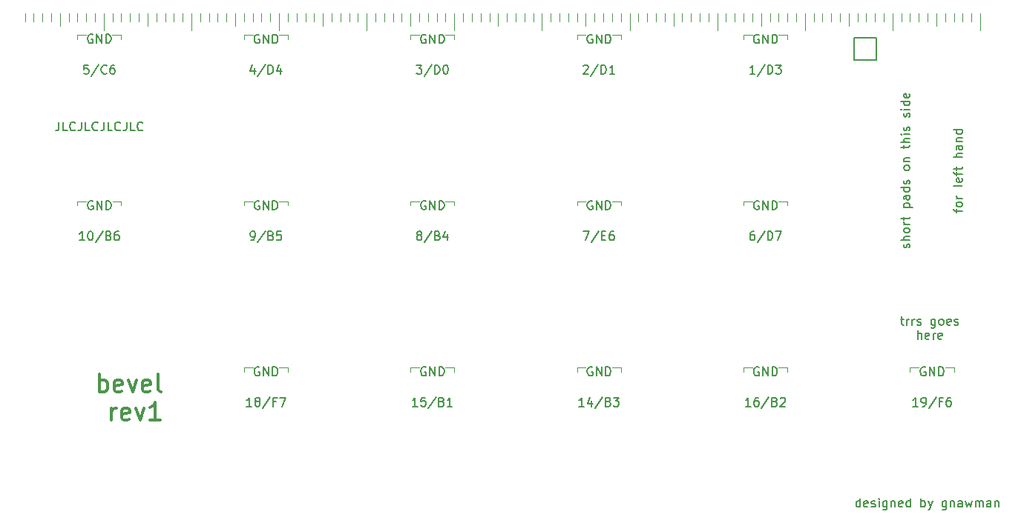
<source format=gbr>
%TF.GenerationSoftware,KiCad,Pcbnew,(6.0.4)*%
%TF.CreationDate,2022-10-08T16:53:47+11:00*%
%TF.ProjectId,bevel,62657665-6c2e-46b6-9963-61645f706362,v1.0.0*%
%TF.SameCoordinates,Original*%
%TF.FileFunction,Legend,Top*%
%TF.FilePolarity,Positive*%
%FSLAX46Y46*%
G04 Gerber Fmt 4.6, Leading zero omitted, Abs format (unit mm)*
G04 Created by KiCad (PCBNEW (6.0.4)) date 2022-10-08 16:53:47*
%MOMM*%
%LPD*%
G01*
G04 APERTURE LIST*
G04 Aperture macros list*
%AMFreePoly0*
4,1,6,0.600000,0.200000,0.000000,-0.400000,-0.600000,0.200000,-0.600000,0.400000,0.600000,0.400000,0.600000,0.200000,0.600000,0.200000,$1*%
%AMFreePoly1*
4,1,6,0.600000,-0.250000,-0.600000,-0.250000,-0.600000,1.000000,0.000000,0.400000,0.600000,1.000000,0.600000,-0.250000,0.600000,-0.250000,$1*%
G04 Aperture macros list end*
%ADD10C,0.150000*%
%ADD11C,0.120000*%
%ADD12C,0.300000*%
%ADD13C,0.250000*%
%ADD14C,0.100000*%
%ADD15C,1.600000*%
%ADD16FreePoly0,270.000000*%
%ADD17FreePoly0,90.000000*%
%ADD18R,1.600000X1.600000*%
%ADD19FreePoly1,270.000000*%
%ADD20FreePoly1,90.000000*%
%ADD21C,1.701800*%
%ADD22C,3.987800*%
%ADD23C,2.286000*%
%ADD24C,1.500000*%
%ADD25O,2.200000X1.600000*%
G04 APERTURE END LIST*
D10*
X16880952Y-24452380D02*
X16880952Y-25166666D01*
X16833333Y-25309523D01*
X16738095Y-25404761D01*
X16595238Y-25452380D01*
X16500000Y-25452380D01*
X17833333Y-25452380D02*
X17357142Y-25452380D01*
X17357142Y-24452380D01*
X18738095Y-25357142D02*
X18690476Y-25404761D01*
X18547619Y-25452380D01*
X18452380Y-25452380D01*
X18309523Y-25404761D01*
X18214285Y-25309523D01*
X18166666Y-25214285D01*
X18119047Y-25023809D01*
X18119047Y-24880952D01*
X18166666Y-24690476D01*
X18214285Y-24595238D01*
X18309523Y-24500000D01*
X18452380Y-24452380D01*
X18547619Y-24452380D01*
X18690476Y-24500000D01*
X18738095Y-24547619D01*
X19452380Y-24452380D02*
X19452380Y-25166666D01*
X19404761Y-25309523D01*
X19309523Y-25404761D01*
X19166666Y-25452380D01*
X19071428Y-25452380D01*
X20404761Y-25452380D02*
X19928571Y-25452380D01*
X19928571Y-24452380D01*
X21309523Y-25357142D02*
X21261904Y-25404761D01*
X21119047Y-25452380D01*
X21023809Y-25452380D01*
X20880952Y-25404761D01*
X20785714Y-25309523D01*
X20738095Y-25214285D01*
X20690476Y-25023809D01*
X20690476Y-24880952D01*
X20738095Y-24690476D01*
X20785714Y-24595238D01*
X20880952Y-24500000D01*
X21023809Y-24452380D01*
X21119047Y-24452380D01*
X21261904Y-24500000D01*
X21309523Y-24547619D01*
X22023809Y-24452380D02*
X22023809Y-25166666D01*
X21976190Y-25309523D01*
X21880952Y-25404761D01*
X21738095Y-25452380D01*
X21642857Y-25452380D01*
X22976190Y-25452380D02*
X22500000Y-25452380D01*
X22500000Y-24452380D01*
X23880952Y-25357142D02*
X23833333Y-25404761D01*
X23690476Y-25452380D01*
X23595238Y-25452380D01*
X23452380Y-25404761D01*
X23357142Y-25309523D01*
X23309523Y-25214285D01*
X23261904Y-25023809D01*
X23261904Y-24880952D01*
X23309523Y-24690476D01*
X23357142Y-24595238D01*
X23452380Y-24500000D01*
X23595238Y-24452380D01*
X23690476Y-24452380D01*
X23833333Y-24500000D01*
X23880952Y-24547619D01*
X24595238Y-24452380D02*
X24595238Y-25166666D01*
X24547619Y-25309523D01*
X24452380Y-25404761D01*
X24309523Y-25452380D01*
X24214285Y-25452380D01*
X25547619Y-25452380D02*
X25071428Y-25452380D01*
X25071428Y-24452380D01*
X26452380Y-25357142D02*
X26404761Y-25404761D01*
X26261904Y-25452380D01*
X26166666Y-25452380D01*
X26023809Y-25404761D01*
X25928571Y-25309523D01*
X25880952Y-25214285D01*
X25833333Y-25023809D01*
X25833333Y-24880952D01*
X25880952Y-24690476D01*
X25928571Y-24595238D01*
X26023809Y-24500000D01*
X26166666Y-24452380D01*
X26261904Y-24452380D01*
X26404761Y-24500000D01*
X26452380Y-24547619D01*
D11*
X103000000Y-12000000D02*
X103000000Y-13000000D01*
X22000000Y-13500000D02*
X22000000Y-14000000D01*
X61000000Y-12000000D02*
X61000000Y-13000000D01*
X89000000Y-12000000D02*
X89000000Y-13000000D01*
X29000000Y-12000000D02*
X29000000Y-13000000D01*
X106000000Y-12000000D02*
X106000000Y-13000000D01*
X22984156Y-14481507D02*
X23984156Y-14481507D01*
X49000000Y-12000000D02*
X49000000Y-13000000D01*
X23000000Y-33500000D02*
X24000000Y-33500000D01*
X76000000Y-12000000D02*
X76000000Y-13000000D01*
X42000000Y-52500000D02*
X43000000Y-52500000D01*
X67000000Y-12000000D02*
X67000000Y-13500000D01*
X100000000Y-15000000D02*
X100000000Y-14500000D01*
X114000000Y-12000000D02*
X114000000Y-13000000D01*
X44000000Y-12000000D02*
X44000000Y-13000000D01*
X86000000Y-12000000D02*
X86000000Y-13000000D01*
X77000000Y-14500000D02*
X76000000Y-14500000D01*
X18000000Y-12000000D02*
X18000000Y-13000000D01*
X37000000Y-12000000D02*
X37000000Y-13500000D01*
X75000000Y-12000000D02*
X75000000Y-13000000D01*
X118000000Y-52500000D02*
X119000000Y-52500000D01*
X73000000Y-12000000D02*
X73000000Y-13000000D01*
X39000000Y-52500000D02*
X38000000Y-52500000D01*
X50000000Y-12000000D02*
X50000000Y-13000000D01*
X118000000Y-12000000D02*
X118000000Y-13000000D01*
X81000000Y-34000000D02*
X81000000Y-33500000D01*
X122000000Y-13500000D02*
X122000000Y-14000000D01*
X24000000Y-12000000D02*
X24000000Y-13000000D01*
X95000000Y-12000000D02*
X95000000Y-13000000D01*
X61000000Y-52500000D02*
X62000000Y-52500000D01*
X95000000Y-33500000D02*
X95000000Y-34000000D01*
X113000000Y-12000000D02*
X113000000Y-13000000D01*
X56000000Y-12000000D02*
X56000000Y-13000000D01*
X117000000Y-12000000D02*
X117000000Y-13500000D01*
X72000000Y-13500000D02*
X72000000Y-14000000D01*
X17000000Y-12000000D02*
X17000000Y-13500000D01*
X34000000Y-12000000D02*
X34000000Y-13000000D01*
X114000000Y-52500000D02*
X114000000Y-53000000D01*
X57000000Y-14500000D02*
X57000000Y-15000000D01*
X58000000Y-14500000D02*
X57000000Y-14500000D01*
X100000000Y-12000000D02*
X100000000Y-13000000D01*
X83000000Y-12000000D02*
X83000000Y-13000000D01*
X80000000Y-14500000D02*
X81000000Y-14500000D01*
X16000000Y-12000000D02*
X16000000Y-13000000D01*
X74000000Y-12000000D02*
X74000000Y-13000000D01*
X92000000Y-12000000D02*
X92000000Y-13500000D01*
X32000000Y-13500000D02*
X32000000Y-14000000D01*
X99000000Y-14500000D02*
X100000000Y-14500000D01*
X80000000Y-33500000D02*
X81000000Y-33500000D01*
X18984156Y-14481507D02*
X18984156Y-14981507D01*
X25000000Y-12000000D02*
X25000000Y-13000000D01*
X116000000Y-12000000D02*
X116000000Y-13000000D01*
X13000000Y-12000000D02*
X13000000Y-13000000D01*
X39000000Y-33500000D02*
X38000000Y-33500000D01*
X102000000Y-12000000D02*
X102000000Y-13500000D01*
X51000000Y-12000000D02*
X51000000Y-13000000D01*
X95000000Y-14500000D02*
X95000000Y-15000000D01*
X111000000Y-12000000D02*
X111000000Y-13000000D01*
X30000000Y-12000000D02*
X30000000Y-13000000D01*
X76000000Y-52500000D02*
X76000000Y-53000000D01*
X57000000Y-12000000D02*
X57000000Y-13500000D01*
X39000000Y-12000000D02*
X39000000Y-13000000D01*
X20000000Y-33500000D02*
X19000000Y-33500000D01*
X81000000Y-15000000D02*
X81000000Y-14500000D01*
X112000000Y-12000000D02*
X112000000Y-13500000D01*
X19000000Y-12000000D02*
X19000000Y-13000000D01*
X78000000Y-12000000D02*
X78000000Y-13000000D01*
X57000000Y-52500000D02*
X57000000Y-53000000D01*
X99000000Y-52500000D02*
X100000000Y-52500000D01*
X109000000Y-12000000D02*
X109000000Y-13000000D01*
X69000000Y-12000000D02*
X69000000Y-13000000D01*
X55000000Y-12000000D02*
X55000000Y-13000000D01*
X40000000Y-12000000D02*
X40000000Y-13000000D01*
X65000000Y-12000000D02*
X65000000Y-13000000D01*
X19000000Y-33500000D02*
X19000000Y-34000000D01*
X36000000Y-12000000D02*
X36000000Y-13000000D01*
X52000000Y-12000000D02*
X52000000Y-13500000D01*
X102000000Y-13500000D02*
X102000000Y-14000000D01*
X77000000Y-52500000D02*
X76000000Y-52500000D01*
X121000000Y-12000000D02*
X121000000Y-13000000D01*
X23984156Y-14981507D02*
X23984156Y-14481507D01*
X115000000Y-52500000D02*
X114000000Y-52500000D01*
X22000000Y-12000000D02*
X22000000Y-13500000D01*
X42000000Y-33500000D02*
X43000000Y-33500000D01*
X101000000Y-12000000D02*
X101000000Y-13000000D01*
X79000000Y-12000000D02*
X79000000Y-13000000D01*
X96000000Y-12000000D02*
X96000000Y-13000000D01*
X38000000Y-12000000D02*
X38000000Y-13000000D01*
X64000000Y-12000000D02*
X64000000Y-13000000D01*
X26000000Y-12000000D02*
X26000000Y-13000000D01*
X43000000Y-15000000D02*
X43000000Y-14500000D01*
X59000000Y-12000000D02*
X59000000Y-13000000D01*
X66000000Y-12000000D02*
X66000000Y-13000000D01*
X38000000Y-52500000D02*
X38000000Y-53000000D01*
X84000000Y-12000000D02*
X84000000Y-13000000D01*
X61000000Y-14500000D02*
X62000000Y-14500000D01*
X108000000Y-12000000D02*
X108000000Y-13000000D01*
X27000000Y-12000000D02*
X27000000Y-13500000D01*
X80000000Y-12000000D02*
X80000000Y-13000000D01*
X85000000Y-12000000D02*
X85000000Y-13000000D01*
X77000000Y-12000000D02*
X77000000Y-13500000D01*
X105000000Y-12000000D02*
X105000000Y-13000000D01*
X33000000Y-12000000D02*
X33000000Y-13000000D01*
X77000000Y-33500000D02*
X76000000Y-33500000D01*
X96000000Y-14500000D02*
X95000000Y-14500000D01*
X45000000Y-12000000D02*
X45000000Y-13000000D01*
X58000000Y-12000000D02*
X58000000Y-13000000D01*
X46000000Y-12000000D02*
X46000000Y-13000000D01*
X68000000Y-12000000D02*
X68000000Y-13000000D01*
X42000000Y-12000000D02*
X42000000Y-13500000D01*
X48000000Y-12000000D02*
X48000000Y-13000000D01*
X76000000Y-33500000D02*
X76000000Y-34000000D01*
X98000000Y-12000000D02*
X98000000Y-13000000D01*
X72000000Y-12000000D02*
X72000000Y-13500000D01*
X21000000Y-12000000D02*
X21000000Y-13000000D01*
X23000000Y-12000000D02*
X23000000Y-13000000D01*
X100000000Y-34000000D02*
X100000000Y-33500000D01*
X62000000Y-13500000D02*
X62000000Y-14000000D01*
X104000000Y-12000000D02*
X104000000Y-13000000D01*
X92000000Y-13500000D02*
X92000000Y-14000000D01*
X80000000Y-52500000D02*
X81000000Y-52500000D01*
X70000000Y-12000000D02*
X70000000Y-13000000D01*
X107000000Y-12000000D02*
X107000000Y-13500000D01*
X90000000Y-12000000D02*
X90000000Y-13000000D01*
X112000000Y-13500000D02*
X112000000Y-14000000D01*
X62000000Y-12000000D02*
X62000000Y-13500000D01*
X38000000Y-33500000D02*
X38000000Y-34000000D01*
X96000000Y-33500000D02*
X95000000Y-33500000D01*
X24000000Y-34000000D02*
X24000000Y-33500000D01*
X15000000Y-12000000D02*
X15000000Y-13000000D01*
X119000000Y-12000000D02*
X119000000Y-13000000D01*
X81000000Y-53000000D02*
X81000000Y-52500000D01*
X96000000Y-52500000D02*
X95000000Y-52500000D01*
X63000000Y-12000000D02*
X63000000Y-13000000D01*
X52000000Y-13500000D02*
X52000000Y-14000000D01*
X82000000Y-13500000D02*
X82000000Y-14000000D01*
X32000000Y-12000000D02*
X32000000Y-13500000D01*
X61000000Y-33500000D02*
X62000000Y-33500000D01*
X43000000Y-53000000D02*
X43000000Y-52500000D01*
X43000000Y-34000000D02*
X43000000Y-33500000D01*
X62000000Y-53000000D02*
X62000000Y-52500000D01*
X119000000Y-53000000D02*
X119000000Y-52500000D01*
X120000000Y-12000000D02*
X120000000Y-13000000D01*
X58000000Y-52500000D02*
X57000000Y-52500000D01*
X28000000Y-12000000D02*
X28000000Y-13000000D01*
X97000000Y-12000000D02*
X97000000Y-13500000D01*
X110000000Y-12000000D02*
X110000000Y-13000000D01*
X38000000Y-14500000D02*
X38000000Y-15000000D01*
X93000000Y-12000000D02*
X93000000Y-13000000D01*
X62000000Y-15000000D02*
X62000000Y-14500000D01*
X58000000Y-33500000D02*
X57000000Y-33500000D01*
X35000000Y-12000000D02*
X35000000Y-13000000D01*
X82000000Y-12000000D02*
X82000000Y-13500000D01*
X57000000Y-33500000D02*
X57000000Y-34000000D01*
X76000000Y-14500000D02*
X76000000Y-15000000D01*
X81000000Y-12000000D02*
X81000000Y-13000000D01*
X99000000Y-33500000D02*
X100000000Y-33500000D01*
X31000000Y-12000000D02*
X31000000Y-13000000D01*
X71000000Y-12000000D02*
X71000000Y-13000000D01*
X42000000Y-14500000D02*
X43000000Y-14500000D01*
X94000000Y-12000000D02*
X94000000Y-13000000D01*
X62000000Y-34000000D02*
X62000000Y-33500000D01*
X14000000Y-12000000D02*
X14000000Y-13000000D01*
X41000000Y-12000000D02*
X41000000Y-13000000D01*
X43000000Y-12000000D02*
X43000000Y-13000000D01*
X122000000Y-12000000D02*
X122000000Y-13500000D01*
X95000000Y-52500000D02*
X95000000Y-53000000D01*
X88000000Y-12000000D02*
X88000000Y-13000000D01*
X115000000Y-12000000D02*
X115000000Y-13000000D01*
X87000000Y-12000000D02*
X87000000Y-13500000D01*
X60000000Y-12000000D02*
X60000000Y-13000000D01*
X39000000Y-14500000D02*
X38000000Y-14500000D01*
X100000000Y-53000000D02*
X100000000Y-52500000D01*
X19984156Y-14481507D02*
X18984156Y-14481507D01*
X20000000Y-12000000D02*
X20000000Y-13000000D01*
X42000000Y-13500000D02*
X42000000Y-14000000D01*
X54000000Y-12000000D02*
X54000000Y-13000000D01*
X91000000Y-12000000D02*
X91000000Y-13000000D01*
X53000000Y-12000000D02*
X53000000Y-13000000D01*
X99000000Y-12000000D02*
X99000000Y-13000000D01*
X47000000Y-12000000D02*
X47000000Y-13500000D01*
D10*
X39738095Y-52500000D02*
X39642857Y-52452380D01*
X39500000Y-52452380D01*
X39357142Y-52500000D01*
X39261904Y-52595238D01*
X39214285Y-52690476D01*
X39166666Y-52880952D01*
X39166666Y-53023809D01*
X39214285Y-53214285D01*
X39261904Y-53309523D01*
X39357142Y-53404761D01*
X39500000Y-53452380D01*
X39595238Y-53452380D01*
X39738095Y-53404761D01*
X39785714Y-53357142D01*
X39785714Y-53023809D01*
X39595238Y-53023809D01*
X40214285Y-53452380D02*
X40214285Y-52452380D01*
X40785714Y-53452380D01*
X40785714Y-52452380D01*
X41261904Y-53452380D02*
X41261904Y-52452380D01*
X41500000Y-52452380D01*
X41642857Y-52500000D01*
X41738095Y-52595238D01*
X41785714Y-52690476D01*
X41833333Y-52880952D01*
X41833333Y-53023809D01*
X41785714Y-53214285D01*
X41738095Y-53309523D01*
X41642857Y-53404761D01*
X41500000Y-53452380D01*
X41261904Y-53452380D01*
X108309523Y-68452380D02*
X108309523Y-67452380D01*
X108309523Y-68404761D02*
X108214285Y-68452380D01*
X108023809Y-68452380D01*
X107928571Y-68404761D01*
X107880952Y-68357142D01*
X107833333Y-68261904D01*
X107833333Y-67976190D01*
X107880952Y-67880952D01*
X107928571Y-67833333D01*
X108023809Y-67785714D01*
X108214285Y-67785714D01*
X108309523Y-67833333D01*
X109166666Y-68404761D02*
X109071428Y-68452380D01*
X108880952Y-68452380D01*
X108785714Y-68404761D01*
X108738095Y-68309523D01*
X108738095Y-67928571D01*
X108785714Y-67833333D01*
X108880952Y-67785714D01*
X109071428Y-67785714D01*
X109166666Y-67833333D01*
X109214285Y-67928571D01*
X109214285Y-68023809D01*
X108738095Y-68119047D01*
X109595238Y-68404761D02*
X109690476Y-68452380D01*
X109880952Y-68452380D01*
X109976190Y-68404761D01*
X110023809Y-68309523D01*
X110023809Y-68261904D01*
X109976190Y-68166666D01*
X109880952Y-68119047D01*
X109738095Y-68119047D01*
X109642857Y-68071428D01*
X109595238Y-67976190D01*
X109595238Y-67928571D01*
X109642857Y-67833333D01*
X109738095Y-67785714D01*
X109880952Y-67785714D01*
X109976190Y-67833333D01*
X110452380Y-68452380D02*
X110452380Y-67785714D01*
X110452380Y-67452380D02*
X110404761Y-67500000D01*
X110452380Y-67547619D01*
X110499999Y-67500000D01*
X110452380Y-67452380D01*
X110452380Y-67547619D01*
X111357142Y-67785714D02*
X111357142Y-68595238D01*
X111309523Y-68690476D01*
X111261904Y-68738095D01*
X111166666Y-68785714D01*
X111023809Y-68785714D01*
X110928571Y-68738095D01*
X111357142Y-68404761D02*
X111261904Y-68452380D01*
X111071428Y-68452380D01*
X110976190Y-68404761D01*
X110928571Y-68357142D01*
X110880952Y-68261904D01*
X110880952Y-67976190D01*
X110928571Y-67880952D01*
X110976190Y-67833333D01*
X111071428Y-67785714D01*
X111261904Y-67785714D01*
X111357142Y-67833333D01*
X111833333Y-67785714D02*
X111833333Y-68452380D01*
X111833333Y-67880952D02*
X111880952Y-67833333D01*
X111976190Y-67785714D01*
X112119047Y-67785714D01*
X112214285Y-67833333D01*
X112261904Y-67928571D01*
X112261904Y-68452380D01*
X113119047Y-68404761D02*
X113023809Y-68452380D01*
X112833333Y-68452380D01*
X112738095Y-68404761D01*
X112690476Y-68309523D01*
X112690476Y-67928571D01*
X112738095Y-67833333D01*
X112833333Y-67785714D01*
X113023809Y-67785714D01*
X113119047Y-67833333D01*
X113166666Y-67928571D01*
X113166666Y-68023809D01*
X112690476Y-68119047D01*
X114023809Y-68452380D02*
X114023809Y-67452380D01*
X114023809Y-68404761D02*
X113928571Y-68452380D01*
X113738095Y-68452380D01*
X113642857Y-68404761D01*
X113595238Y-68357142D01*
X113547619Y-68261904D01*
X113547619Y-67976190D01*
X113595238Y-67880952D01*
X113642857Y-67833333D01*
X113738095Y-67785714D01*
X113928571Y-67785714D01*
X114023809Y-67833333D01*
X115261904Y-68452380D02*
X115261904Y-67452380D01*
X115261904Y-67833333D02*
X115357142Y-67785714D01*
X115547619Y-67785714D01*
X115642857Y-67833333D01*
X115690476Y-67880952D01*
X115738095Y-67976190D01*
X115738095Y-68261904D01*
X115690476Y-68357142D01*
X115642857Y-68404761D01*
X115547619Y-68452380D01*
X115357142Y-68452380D01*
X115261904Y-68404761D01*
X116071428Y-67785714D02*
X116309523Y-68452380D01*
X116547619Y-67785714D02*
X116309523Y-68452380D01*
X116214285Y-68690476D01*
X116166666Y-68738095D01*
X116071428Y-68785714D01*
X118119047Y-67785714D02*
X118119047Y-68595238D01*
X118071428Y-68690476D01*
X118023809Y-68738095D01*
X117928571Y-68785714D01*
X117785714Y-68785714D01*
X117690476Y-68738095D01*
X118119047Y-68404761D02*
X118023809Y-68452380D01*
X117833333Y-68452380D01*
X117738095Y-68404761D01*
X117690476Y-68357142D01*
X117642857Y-68261904D01*
X117642857Y-67976190D01*
X117690476Y-67880952D01*
X117738095Y-67833333D01*
X117833333Y-67785714D01*
X118023809Y-67785714D01*
X118119047Y-67833333D01*
X118595238Y-67785714D02*
X118595238Y-68452380D01*
X118595238Y-67880952D02*
X118642857Y-67833333D01*
X118738095Y-67785714D01*
X118880952Y-67785714D01*
X118976190Y-67833333D01*
X119023809Y-67928571D01*
X119023809Y-68452380D01*
X119928571Y-68452380D02*
X119928571Y-67928571D01*
X119880952Y-67833333D01*
X119785714Y-67785714D01*
X119595238Y-67785714D01*
X119500000Y-67833333D01*
X119928571Y-68404761D02*
X119833333Y-68452380D01*
X119595238Y-68452380D01*
X119500000Y-68404761D01*
X119452380Y-68309523D01*
X119452380Y-68214285D01*
X119500000Y-68119047D01*
X119595238Y-68071428D01*
X119833333Y-68071428D01*
X119928571Y-68023809D01*
X120309523Y-67785714D02*
X120500000Y-68452380D01*
X120690476Y-67976190D01*
X120880952Y-68452380D01*
X121071428Y-67785714D01*
X121452380Y-68452380D02*
X121452380Y-67785714D01*
X121452380Y-67880952D02*
X121499999Y-67833333D01*
X121595238Y-67785714D01*
X121738095Y-67785714D01*
X121833333Y-67833333D01*
X121880952Y-67928571D01*
X121880952Y-68452380D01*
X121880952Y-67928571D02*
X121928571Y-67833333D01*
X122023809Y-67785714D01*
X122166666Y-67785714D01*
X122261904Y-67833333D01*
X122309523Y-67928571D01*
X122309523Y-68452380D01*
X123214285Y-68452380D02*
X123214285Y-67928571D01*
X123166666Y-67833333D01*
X123071428Y-67785714D01*
X122880952Y-67785714D01*
X122785714Y-67833333D01*
X123214285Y-68404761D02*
X123119047Y-68452380D01*
X122880952Y-68452380D01*
X122785714Y-68404761D01*
X122738095Y-68309523D01*
X122738095Y-68214285D01*
X122785714Y-68119047D01*
X122880952Y-68071428D01*
X123119047Y-68071428D01*
X123214285Y-68023809D01*
X123690476Y-67785714D02*
X123690476Y-68452380D01*
X123690476Y-67880952D02*
X123738095Y-67833333D01*
X123833333Y-67785714D01*
X123976190Y-67785714D01*
X124071428Y-67833333D01*
X124119047Y-67928571D01*
X124119047Y-68452380D01*
X96190476Y-36952380D02*
X96000000Y-36952380D01*
X95904761Y-37000000D01*
X95857142Y-37047619D01*
X95761904Y-37190476D01*
X95714285Y-37380952D01*
X95714285Y-37761904D01*
X95761904Y-37857142D01*
X95809523Y-37904761D01*
X95904761Y-37952380D01*
X96095238Y-37952380D01*
X96190476Y-37904761D01*
X96238095Y-37857142D01*
X96285714Y-37761904D01*
X96285714Y-37523809D01*
X96238095Y-37428571D01*
X96190476Y-37380952D01*
X96095238Y-37333333D01*
X95904761Y-37333333D01*
X95809523Y-37380952D01*
X95761904Y-37428571D01*
X95714285Y-37523809D01*
X97428571Y-36904761D02*
X96571428Y-38190476D01*
X97761904Y-37952380D02*
X97761904Y-36952380D01*
X98000000Y-36952380D01*
X98142857Y-37000000D01*
X98238095Y-37095238D01*
X98285714Y-37190476D01*
X98333333Y-37380952D01*
X98333333Y-37523809D01*
X98285714Y-37714285D01*
X98238095Y-37809523D01*
X98142857Y-37904761D01*
X98000000Y-37952380D01*
X97761904Y-37952380D01*
X98666666Y-36952380D02*
X99333333Y-36952380D01*
X98904761Y-37952380D01*
X39190476Y-18285714D02*
X39190476Y-18952380D01*
X38952380Y-17904761D02*
X38714285Y-18619047D01*
X39333333Y-18619047D01*
X40428571Y-17904761D02*
X39571428Y-19190476D01*
X40761904Y-18952380D02*
X40761904Y-17952380D01*
X41000000Y-17952380D01*
X41142857Y-18000000D01*
X41238095Y-18095238D01*
X41285714Y-18190476D01*
X41333333Y-18380952D01*
X41333333Y-18523809D01*
X41285714Y-18714285D01*
X41238095Y-18809523D01*
X41142857Y-18904761D01*
X41000000Y-18952380D01*
X40761904Y-18952380D01*
X42190476Y-18285714D02*
X42190476Y-18952380D01*
X41952380Y-17904761D02*
X41714285Y-18619047D01*
X42333333Y-18619047D01*
X96738095Y-33500000D02*
X96642857Y-33452380D01*
X96500000Y-33452380D01*
X96357142Y-33500000D01*
X96261904Y-33595238D01*
X96214285Y-33690476D01*
X96166666Y-33880952D01*
X96166666Y-34023809D01*
X96214285Y-34214285D01*
X96261904Y-34309523D01*
X96357142Y-34404761D01*
X96500000Y-34452380D01*
X96595238Y-34452380D01*
X96738095Y-34404761D01*
X96785714Y-34357142D01*
X96785714Y-34023809D01*
X96595238Y-34023809D01*
X97214285Y-34452380D02*
X97214285Y-33452380D01*
X97785714Y-34452380D01*
X97785714Y-33452380D01*
X98261904Y-34452380D02*
X98261904Y-33452380D01*
X98500000Y-33452380D01*
X98642857Y-33500000D01*
X98738095Y-33595238D01*
X98785714Y-33690476D01*
X98833333Y-33880952D01*
X98833333Y-34023809D01*
X98785714Y-34214285D01*
X98738095Y-34309523D01*
X98642857Y-34404761D01*
X98500000Y-34452380D01*
X98261904Y-34452380D01*
X38809523Y-37952380D02*
X39000000Y-37952380D01*
X39095238Y-37904761D01*
X39142857Y-37857142D01*
X39238095Y-37714285D01*
X39285714Y-37523809D01*
X39285714Y-37142857D01*
X39238095Y-37047619D01*
X39190476Y-37000000D01*
X39095238Y-36952380D01*
X38904761Y-36952380D01*
X38809523Y-37000000D01*
X38761904Y-37047619D01*
X38714285Y-37142857D01*
X38714285Y-37380952D01*
X38761904Y-37476190D01*
X38809523Y-37523809D01*
X38904761Y-37571428D01*
X39095238Y-37571428D01*
X39190476Y-37523809D01*
X39238095Y-37476190D01*
X39285714Y-37380952D01*
X40428571Y-36904761D02*
X39571428Y-38190476D01*
X41095238Y-37428571D02*
X41238095Y-37476190D01*
X41285714Y-37523809D01*
X41333333Y-37619047D01*
X41333333Y-37761904D01*
X41285714Y-37857142D01*
X41238095Y-37904761D01*
X41142857Y-37952380D01*
X40761904Y-37952380D01*
X40761904Y-36952380D01*
X41095238Y-36952380D01*
X41190476Y-37000000D01*
X41238095Y-37047619D01*
X41285714Y-37142857D01*
X41285714Y-37238095D01*
X41238095Y-37333333D01*
X41190476Y-37380952D01*
X41095238Y-37428571D01*
X40761904Y-37428571D01*
X42238095Y-36952380D02*
X41761904Y-36952380D01*
X41714285Y-37428571D01*
X41761904Y-37380952D01*
X41857142Y-37333333D01*
X42095238Y-37333333D01*
X42190476Y-37380952D01*
X42238095Y-37428571D01*
X42285714Y-37523809D01*
X42285714Y-37761904D01*
X42238095Y-37857142D01*
X42190476Y-37904761D01*
X42095238Y-37952380D01*
X41857142Y-37952380D01*
X41761904Y-37904761D01*
X41714285Y-37857142D01*
X96738095Y-52500000D02*
X96642857Y-52452380D01*
X96500000Y-52452380D01*
X96357142Y-52500000D01*
X96261904Y-52595238D01*
X96214285Y-52690476D01*
X96166666Y-52880952D01*
X96166666Y-53023809D01*
X96214285Y-53214285D01*
X96261904Y-53309523D01*
X96357142Y-53404761D01*
X96500000Y-53452380D01*
X96595238Y-53452380D01*
X96738095Y-53404761D01*
X96785714Y-53357142D01*
X96785714Y-53023809D01*
X96595238Y-53023809D01*
X97214285Y-53452380D02*
X97214285Y-52452380D01*
X97785714Y-53452380D01*
X97785714Y-52452380D01*
X98261904Y-53452380D02*
X98261904Y-52452380D01*
X98500000Y-52452380D01*
X98642857Y-52500000D01*
X98738095Y-52595238D01*
X98785714Y-52690476D01*
X98833333Y-52880952D01*
X98833333Y-53023809D01*
X98785714Y-53214285D01*
X98738095Y-53309523D01*
X98642857Y-53404761D01*
X98500000Y-53452380D01*
X98261904Y-53452380D01*
X76714285Y-36952380D02*
X77380952Y-36952380D01*
X76952380Y-37952380D01*
X78476190Y-36904761D02*
X77619047Y-38190476D01*
X78809523Y-37428571D02*
X79142857Y-37428571D01*
X79285714Y-37952380D02*
X78809523Y-37952380D01*
X78809523Y-36952380D01*
X79285714Y-36952380D01*
X80142857Y-36952380D02*
X79952380Y-36952380D01*
X79857142Y-37000000D01*
X79809523Y-37047619D01*
X79714285Y-37190476D01*
X79666666Y-37380952D01*
X79666666Y-37761904D01*
X79714285Y-37857142D01*
X79761904Y-37904761D01*
X79857142Y-37952380D01*
X80047619Y-37952380D01*
X80142857Y-37904761D01*
X80190476Y-37857142D01*
X80238095Y-37761904D01*
X80238095Y-37523809D01*
X80190476Y-37428571D01*
X80142857Y-37380952D01*
X80047619Y-37333333D01*
X79857142Y-37333333D01*
X79761904Y-37380952D01*
X79714285Y-37428571D01*
X79666666Y-37523809D01*
X77738095Y-33500000D02*
X77642857Y-33452380D01*
X77500000Y-33452380D01*
X77357142Y-33500000D01*
X77261904Y-33595238D01*
X77214285Y-33690476D01*
X77166666Y-33880952D01*
X77166666Y-34023809D01*
X77214285Y-34214285D01*
X77261904Y-34309523D01*
X77357142Y-34404761D01*
X77500000Y-34452380D01*
X77595238Y-34452380D01*
X77738095Y-34404761D01*
X77785714Y-34357142D01*
X77785714Y-34023809D01*
X77595238Y-34023809D01*
X78214285Y-34452380D02*
X78214285Y-33452380D01*
X78785714Y-34452380D01*
X78785714Y-33452380D01*
X79261904Y-34452380D02*
X79261904Y-33452380D01*
X79500000Y-33452380D01*
X79642857Y-33500000D01*
X79738095Y-33595238D01*
X79785714Y-33690476D01*
X79833333Y-33880952D01*
X79833333Y-34023809D01*
X79785714Y-34214285D01*
X79738095Y-34309523D01*
X79642857Y-34404761D01*
X79500000Y-34452380D01*
X79261904Y-34452380D01*
X58738095Y-33500000D02*
X58642857Y-33452380D01*
X58500000Y-33452380D01*
X58357142Y-33500000D01*
X58261904Y-33595238D01*
X58214285Y-33690476D01*
X58166666Y-33880952D01*
X58166666Y-34023809D01*
X58214285Y-34214285D01*
X58261904Y-34309523D01*
X58357142Y-34404761D01*
X58500000Y-34452380D01*
X58595238Y-34452380D01*
X58738095Y-34404761D01*
X58785714Y-34357142D01*
X58785714Y-34023809D01*
X58595238Y-34023809D01*
X59214285Y-34452380D02*
X59214285Y-33452380D01*
X59785714Y-34452380D01*
X59785714Y-33452380D01*
X60261904Y-34452380D02*
X60261904Y-33452380D01*
X60500000Y-33452380D01*
X60642857Y-33500000D01*
X60738095Y-33595238D01*
X60785714Y-33690476D01*
X60833333Y-33880952D01*
X60833333Y-34023809D01*
X60785714Y-34214285D01*
X60738095Y-34309523D01*
X60642857Y-34404761D01*
X60500000Y-34452380D01*
X60261904Y-34452380D01*
X115738095Y-52500000D02*
X115642857Y-52452380D01*
X115500000Y-52452380D01*
X115357142Y-52500000D01*
X115261904Y-52595238D01*
X115214285Y-52690476D01*
X115166666Y-52880952D01*
X115166666Y-53023809D01*
X115214285Y-53214285D01*
X115261904Y-53309523D01*
X115357142Y-53404761D01*
X115500000Y-53452380D01*
X115595238Y-53452380D01*
X115738095Y-53404761D01*
X115785714Y-53357142D01*
X115785714Y-53023809D01*
X115595238Y-53023809D01*
X116214285Y-53452380D02*
X116214285Y-52452380D01*
X116785714Y-53452380D01*
X116785714Y-52452380D01*
X117261904Y-53452380D02*
X117261904Y-52452380D01*
X117500000Y-52452380D01*
X117642857Y-52500000D01*
X117738095Y-52595238D01*
X117785714Y-52690476D01*
X117833333Y-52880952D01*
X117833333Y-53023809D01*
X117785714Y-53214285D01*
X117738095Y-53309523D01*
X117642857Y-53404761D01*
X117500000Y-53452380D01*
X117261904Y-53452380D01*
X38880952Y-56952380D02*
X38309523Y-56952380D01*
X38595238Y-56952380D02*
X38595238Y-55952380D01*
X38500000Y-56095238D01*
X38404761Y-56190476D01*
X38309523Y-56238095D01*
X39452380Y-56380952D02*
X39357142Y-56333333D01*
X39309523Y-56285714D01*
X39261904Y-56190476D01*
X39261904Y-56142857D01*
X39309523Y-56047619D01*
X39357142Y-56000000D01*
X39452380Y-55952380D01*
X39642857Y-55952380D01*
X39738095Y-56000000D01*
X39785714Y-56047619D01*
X39833333Y-56142857D01*
X39833333Y-56190476D01*
X39785714Y-56285714D01*
X39738095Y-56333333D01*
X39642857Y-56380952D01*
X39452380Y-56380952D01*
X39357142Y-56428571D01*
X39309523Y-56476190D01*
X39261904Y-56571428D01*
X39261904Y-56761904D01*
X39309523Y-56857142D01*
X39357142Y-56904761D01*
X39452380Y-56952380D01*
X39642857Y-56952380D01*
X39738095Y-56904761D01*
X39785714Y-56857142D01*
X39833333Y-56761904D01*
X39833333Y-56571428D01*
X39785714Y-56476190D01*
X39738095Y-56428571D01*
X39642857Y-56380952D01*
X40976190Y-55904761D02*
X40119047Y-57190476D01*
X41642857Y-56428571D02*
X41309523Y-56428571D01*
X41309523Y-56952380D02*
X41309523Y-55952380D01*
X41785714Y-55952380D01*
X42071428Y-55952380D02*
X42738095Y-55952380D01*
X42309523Y-56952380D01*
X114880952Y-56952380D02*
X114309523Y-56952380D01*
X114595238Y-56952380D02*
X114595238Y-55952380D01*
X114500000Y-56095238D01*
X114404761Y-56190476D01*
X114309523Y-56238095D01*
X115357142Y-56952380D02*
X115547619Y-56952380D01*
X115642857Y-56904761D01*
X115690476Y-56857142D01*
X115785714Y-56714285D01*
X115833333Y-56523809D01*
X115833333Y-56142857D01*
X115785714Y-56047619D01*
X115738095Y-56000000D01*
X115642857Y-55952380D01*
X115452380Y-55952380D01*
X115357142Y-56000000D01*
X115309523Y-56047619D01*
X115261904Y-56142857D01*
X115261904Y-56380952D01*
X115309523Y-56476190D01*
X115357142Y-56523809D01*
X115452380Y-56571428D01*
X115642857Y-56571428D01*
X115738095Y-56523809D01*
X115785714Y-56476190D01*
X115833333Y-56380952D01*
X116976190Y-55904761D02*
X116119047Y-57190476D01*
X117642857Y-56428571D02*
X117309523Y-56428571D01*
X117309523Y-56952380D02*
X117309523Y-55952380D01*
X117785714Y-55952380D01*
X118595238Y-55952380D02*
X118404761Y-55952380D01*
X118309523Y-56000000D01*
X118261904Y-56047619D01*
X118166666Y-56190476D01*
X118119047Y-56380952D01*
X118119047Y-56761904D01*
X118166666Y-56857142D01*
X118214285Y-56904761D01*
X118309523Y-56952380D01*
X118500000Y-56952380D01*
X118595238Y-56904761D01*
X118642857Y-56857142D01*
X118690476Y-56761904D01*
X118690476Y-56523809D01*
X118642857Y-56428571D01*
X118595238Y-56380952D01*
X118500000Y-56333333D01*
X118309523Y-56333333D01*
X118214285Y-56380952D01*
X118166666Y-56428571D01*
X118119047Y-56523809D01*
X77738095Y-14500000D02*
X77642857Y-14452380D01*
X77500000Y-14452380D01*
X77357142Y-14500000D01*
X77261904Y-14595238D01*
X77214285Y-14690476D01*
X77166666Y-14880952D01*
X77166666Y-15023809D01*
X77214285Y-15214285D01*
X77261904Y-15309523D01*
X77357142Y-15404761D01*
X77500000Y-15452380D01*
X77595238Y-15452380D01*
X77738095Y-15404761D01*
X77785714Y-15357142D01*
X77785714Y-15023809D01*
X77595238Y-15023809D01*
X78214285Y-15452380D02*
X78214285Y-14452380D01*
X78785714Y-15452380D01*
X78785714Y-14452380D01*
X79261904Y-15452380D02*
X79261904Y-14452380D01*
X79500000Y-14452380D01*
X79642857Y-14500000D01*
X79738095Y-14595238D01*
X79785714Y-14690476D01*
X79833333Y-14880952D01*
X79833333Y-15023809D01*
X79785714Y-15214285D01*
X79738095Y-15309523D01*
X79642857Y-15404761D01*
X79500000Y-15452380D01*
X79261904Y-15452380D01*
X95809523Y-56952380D02*
X95238095Y-56952380D01*
X95523809Y-56952380D02*
X95523809Y-55952380D01*
X95428571Y-56095238D01*
X95333333Y-56190476D01*
X95238095Y-56238095D01*
X96666666Y-55952380D02*
X96476190Y-55952380D01*
X96380952Y-56000000D01*
X96333333Y-56047619D01*
X96238095Y-56190476D01*
X96190476Y-56380952D01*
X96190476Y-56761904D01*
X96238095Y-56857142D01*
X96285714Y-56904761D01*
X96380952Y-56952380D01*
X96571428Y-56952380D01*
X96666666Y-56904761D01*
X96714285Y-56857142D01*
X96761904Y-56761904D01*
X96761904Y-56523809D01*
X96714285Y-56428571D01*
X96666666Y-56380952D01*
X96571428Y-56333333D01*
X96380952Y-56333333D01*
X96285714Y-56380952D01*
X96238095Y-56428571D01*
X96190476Y-56523809D01*
X97904761Y-55904761D02*
X97047619Y-57190476D01*
X98571428Y-56428571D02*
X98714285Y-56476190D01*
X98761904Y-56523809D01*
X98809523Y-56619047D01*
X98809523Y-56761904D01*
X98761904Y-56857142D01*
X98714285Y-56904761D01*
X98619047Y-56952380D01*
X98238095Y-56952380D01*
X98238095Y-55952380D01*
X98571428Y-55952380D01*
X98666666Y-56000000D01*
X98714285Y-56047619D01*
X98761904Y-56142857D01*
X98761904Y-56238095D01*
X98714285Y-56333333D01*
X98666666Y-56380952D01*
X98571428Y-56428571D01*
X98238095Y-56428571D01*
X99190476Y-56047619D02*
X99238095Y-56000000D01*
X99333333Y-55952380D01*
X99571428Y-55952380D01*
X99666666Y-56000000D01*
X99714285Y-56047619D01*
X99761904Y-56142857D01*
X99761904Y-56238095D01*
X99714285Y-56380952D01*
X99142857Y-56952380D01*
X99761904Y-56952380D01*
X39738095Y-33500000D02*
X39642857Y-33452380D01*
X39500000Y-33452380D01*
X39357142Y-33500000D01*
X39261904Y-33595238D01*
X39214285Y-33690476D01*
X39166666Y-33880952D01*
X39166666Y-34023809D01*
X39214285Y-34214285D01*
X39261904Y-34309523D01*
X39357142Y-34404761D01*
X39500000Y-34452380D01*
X39595238Y-34452380D01*
X39738095Y-34404761D01*
X39785714Y-34357142D01*
X39785714Y-34023809D01*
X39595238Y-34023809D01*
X40214285Y-34452380D02*
X40214285Y-33452380D01*
X40785714Y-34452380D01*
X40785714Y-33452380D01*
X41261904Y-34452380D02*
X41261904Y-33452380D01*
X41500000Y-33452380D01*
X41642857Y-33500000D01*
X41738095Y-33595238D01*
X41785714Y-33690476D01*
X41833333Y-33880952D01*
X41833333Y-34023809D01*
X41785714Y-34214285D01*
X41738095Y-34309523D01*
X41642857Y-34404761D01*
X41500000Y-34452380D01*
X41261904Y-34452380D01*
X57904761Y-37380952D02*
X57809523Y-37333333D01*
X57761904Y-37285714D01*
X57714285Y-37190476D01*
X57714285Y-37142857D01*
X57761904Y-37047619D01*
X57809523Y-37000000D01*
X57904761Y-36952380D01*
X58095238Y-36952380D01*
X58190476Y-37000000D01*
X58238095Y-37047619D01*
X58285714Y-37142857D01*
X58285714Y-37190476D01*
X58238095Y-37285714D01*
X58190476Y-37333333D01*
X58095238Y-37380952D01*
X57904761Y-37380952D01*
X57809523Y-37428571D01*
X57761904Y-37476190D01*
X57714285Y-37571428D01*
X57714285Y-37761904D01*
X57761904Y-37857142D01*
X57809523Y-37904761D01*
X57904761Y-37952380D01*
X58095238Y-37952380D01*
X58190476Y-37904761D01*
X58238095Y-37857142D01*
X58285714Y-37761904D01*
X58285714Y-37571428D01*
X58238095Y-37476190D01*
X58190476Y-37428571D01*
X58095238Y-37380952D01*
X59428571Y-36904761D02*
X58571428Y-38190476D01*
X60095238Y-37428571D02*
X60238095Y-37476190D01*
X60285714Y-37523809D01*
X60333333Y-37619047D01*
X60333333Y-37761904D01*
X60285714Y-37857142D01*
X60238095Y-37904761D01*
X60142857Y-37952380D01*
X59761904Y-37952380D01*
X59761904Y-36952380D01*
X60095238Y-36952380D01*
X60190476Y-37000000D01*
X60238095Y-37047619D01*
X60285714Y-37142857D01*
X60285714Y-37238095D01*
X60238095Y-37333333D01*
X60190476Y-37380952D01*
X60095238Y-37428571D01*
X59761904Y-37428571D01*
X61190476Y-37285714D02*
X61190476Y-37952380D01*
X60952380Y-36904761D02*
X60714285Y-37619047D01*
X61333333Y-37619047D01*
X57666666Y-17952380D02*
X58285714Y-17952380D01*
X57952380Y-18333333D01*
X58095238Y-18333333D01*
X58190476Y-18380952D01*
X58238095Y-18428571D01*
X58285714Y-18523809D01*
X58285714Y-18761904D01*
X58238095Y-18857142D01*
X58190476Y-18904761D01*
X58095238Y-18952380D01*
X57809523Y-18952380D01*
X57714285Y-18904761D01*
X57666666Y-18857142D01*
X59428571Y-17904761D02*
X58571428Y-19190476D01*
X59761904Y-18952380D02*
X59761904Y-17952380D01*
X60000000Y-17952380D01*
X60142857Y-18000000D01*
X60238095Y-18095238D01*
X60285714Y-18190476D01*
X60333333Y-18380952D01*
X60333333Y-18523809D01*
X60285714Y-18714285D01*
X60238095Y-18809523D01*
X60142857Y-18904761D01*
X60000000Y-18952380D01*
X59761904Y-18952380D01*
X60952380Y-17952380D02*
X61047619Y-17952380D01*
X61142857Y-18000000D01*
X61190476Y-18047619D01*
X61238095Y-18142857D01*
X61285714Y-18333333D01*
X61285714Y-18571428D01*
X61238095Y-18761904D01*
X61190476Y-18857142D01*
X61142857Y-18904761D01*
X61047619Y-18952380D01*
X60952380Y-18952380D01*
X60857142Y-18904761D01*
X60809523Y-18857142D01*
X60761904Y-18761904D01*
X60714285Y-18571428D01*
X60714285Y-18333333D01*
X60761904Y-18142857D01*
X60809523Y-18047619D01*
X60857142Y-18000000D01*
X60952380Y-17952380D01*
X57809523Y-56952380D02*
X57238095Y-56952380D01*
X57523809Y-56952380D02*
X57523809Y-55952380D01*
X57428571Y-56095238D01*
X57333333Y-56190476D01*
X57238095Y-56238095D01*
X58714285Y-55952380D02*
X58238095Y-55952380D01*
X58190476Y-56428571D01*
X58238095Y-56380952D01*
X58333333Y-56333333D01*
X58571428Y-56333333D01*
X58666666Y-56380952D01*
X58714285Y-56428571D01*
X58761904Y-56523809D01*
X58761904Y-56761904D01*
X58714285Y-56857142D01*
X58666666Y-56904761D01*
X58571428Y-56952380D01*
X58333333Y-56952380D01*
X58238095Y-56904761D01*
X58190476Y-56857142D01*
X59904761Y-55904761D02*
X59047619Y-57190476D01*
X60571428Y-56428571D02*
X60714285Y-56476190D01*
X60761904Y-56523809D01*
X60809523Y-56619047D01*
X60809523Y-56761904D01*
X60761904Y-56857142D01*
X60714285Y-56904761D01*
X60619047Y-56952380D01*
X60238095Y-56952380D01*
X60238095Y-55952380D01*
X60571428Y-55952380D01*
X60666666Y-56000000D01*
X60714285Y-56047619D01*
X60761904Y-56142857D01*
X60761904Y-56238095D01*
X60714285Y-56333333D01*
X60666666Y-56380952D01*
X60571428Y-56428571D01*
X60238095Y-56428571D01*
X61761904Y-56952380D02*
X61190476Y-56952380D01*
X61476190Y-56952380D02*
X61476190Y-55952380D01*
X61380952Y-56095238D01*
X61285714Y-56190476D01*
X61190476Y-56238095D01*
X39738095Y-14500000D02*
X39642857Y-14452380D01*
X39500000Y-14452380D01*
X39357142Y-14500000D01*
X39261904Y-14595238D01*
X39214285Y-14690476D01*
X39166666Y-14880952D01*
X39166666Y-15023809D01*
X39214285Y-15214285D01*
X39261904Y-15309523D01*
X39357142Y-15404761D01*
X39500000Y-15452380D01*
X39595238Y-15452380D01*
X39738095Y-15404761D01*
X39785714Y-15357142D01*
X39785714Y-15023809D01*
X39595238Y-15023809D01*
X40214285Y-15452380D02*
X40214285Y-14452380D01*
X40785714Y-15452380D01*
X40785714Y-14452380D01*
X41261904Y-15452380D02*
X41261904Y-14452380D01*
X41500000Y-14452380D01*
X41642857Y-14500000D01*
X41738095Y-14595238D01*
X41785714Y-14690476D01*
X41833333Y-14880952D01*
X41833333Y-15023809D01*
X41785714Y-15214285D01*
X41738095Y-15309523D01*
X41642857Y-15404761D01*
X41500000Y-15452380D01*
X41261904Y-15452380D01*
X20722251Y-14481507D02*
X20627013Y-14433887D01*
X20484156Y-14433887D01*
X20341298Y-14481507D01*
X20246060Y-14576745D01*
X20198441Y-14671983D01*
X20150822Y-14862459D01*
X20150822Y-15005316D01*
X20198441Y-15195792D01*
X20246060Y-15291030D01*
X20341298Y-15386268D01*
X20484156Y-15433887D01*
X20579394Y-15433887D01*
X20722251Y-15386268D01*
X20769870Y-15338649D01*
X20769870Y-15005316D01*
X20579394Y-15005316D01*
X21198441Y-15433887D02*
X21198441Y-14433887D01*
X21769870Y-15433887D01*
X21769870Y-14433887D01*
X22246060Y-15433887D02*
X22246060Y-14433887D01*
X22484156Y-14433887D01*
X22627013Y-14481507D01*
X22722251Y-14576745D01*
X22769870Y-14671983D01*
X22817489Y-14862459D01*
X22817489Y-15005316D01*
X22769870Y-15195792D01*
X22722251Y-15291030D01*
X22627013Y-15386268D01*
X22484156Y-15433887D01*
X22246060Y-15433887D01*
X119285714Y-34785714D02*
X119285714Y-34404761D01*
X119952380Y-34642857D02*
X119095238Y-34642857D01*
X119000000Y-34595238D01*
X118952380Y-34500000D01*
X118952380Y-34404761D01*
X119952380Y-33928571D02*
X119904761Y-34023809D01*
X119857142Y-34071428D01*
X119761904Y-34119047D01*
X119476190Y-34119047D01*
X119380952Y-34071428D01*
X119333333Y-34023809D01*
X119285714Y-33928571D01*
X119285714Y-33785714D01*
X119333333Y-33690476D01*
X119380952Y-33642857D01*
X119476190Y-33595238D01*
X119761904Y-33595238D01*
X119857142Y-33642857D01*
X119904761Y-33690476D01*
X119952380Y-33785714D01*
X119952380Y-33928571D01*
X119952380Y-33166666D02*
X119285714Y-33166666D01*
X119476190Y-33166666D02*
X119380952Y-33119047D01*
X119333333Y-33071428D01*
X119285714Y-32976190D01*
X119285714Y-32880952D01*
X119952380Y-31642857D02*
X119904761Y-31738095D01*
X119809523Y-31785714D01*
X118952380Y-31785714D01*
X119904761Y-30880952D02*
X119952380Y-30976190D01*
X119952380Y-31166666D01*
X119904761Y-31261904D01*
X119809523Y-31309523D01*
X119428571Y-31309523D01*
X119333333Y-31261904D01*
X119285714Y-31166666D01*
X119285714Y-30976190D01*
X119333333Y-30880952D01*
X119428571Y-30833333D01*
X119523809Y-30833333D01*
X119619047Y-31309523D01*
X119285714Y-30547619D02*
X119285714Y-30166666D01*
X119952380Y-30404761D02*
X119095238Y-30404761D01*
X119000000Y-30357142D01*
X118952380Y-30261904D01*
X118952380Y-30166666D01*
X119285714Y-29976190D02*
X119285714Y-29595238D01*
X118952380Y-29833333D02*
X119809523Y-29833333D01*
X119904761Y-29785714D01*
X119952380Y-29690476D01*
X119952380Y-29595238D01*
X119952380Y-28500000D02*
X118952380Y-28500000D01*
X119952380Y-28071428D02*
X119428571Y-28071428D01*
X119333333Y-28119047D01*
X119285714Y-28214285D01*
X119285714Y-28357142D01*
X119333333Y-28452380D01*
X119380952Y-28500000D01*
X119952380Y-27166666D02*
X119428571Y-27166666D01*
X119333333Y-27214285D01*
X119285714Y-27309523D01*
X119285714Y-27500000D01*
X119333333Y-27595238D01*
X119904761Y-27166666D02*
X119952380Y-27261904D01*
X119952380Y-27500000D01*
X119904761Y-27595238D01*
X119809523Y-27642857D01*
X119714285Y-27642857D01*
X119619047Y-27595238D01*
X119571428Y-27500000D01*
X119571428Y-27261904D01*
X119523809Y-27166666D01*
X119285714Y-26690476D02*
X119952380Y-26690476D01*
X119380952Y-26690476D02*
X119333333Y-26642857D01*
X119285714Y-26547619D01*
X119285714Y-26404761D01*
X119333333Y-26309523D01*
X119428571Y-26261904D01*
X119952380Y-26261904D01*
X119952380Y-25357142D02*
X118952380Y-25357142D01*
X119904761Y-25357142D02*
X119952380Y-25452380D01*
X119952380Y-25642857D01*
X119904761Y-25738095D01*
X119857142Y-25785714D01*
X119761904Y-25833333D01*
X119476190Y-25833333D01*
X119380952Y-25785714D01*
X119333333Y-25738095D01*
X119285714Y-25642857D01*
X119285714Y-25452380D01*
X119333333Y-25357142D01*
X112916666Y-46980714D02*
X113297619Y-46980714D01*
X113059523Y-46647380D02*
X113059523Y-47504523D01*
X113107142Y-47599761D01*
X113202380Y-47647380D01*
X113297619Y-47647380D01*
X113630952Y-47647380D02*
X113630952Y-46980714D01*
X113630952Y-47171190D02*
X113678571Y-47075952D01*
X113726190Y-47028333D01*
X113821428Y-46980714D01*
X113916666Y-46980714D01*
X114250000Y-47647380D02*
X114250000Y-46980714D01*
X114250000Y-47171190D02*
X114297619Y-47075952D01*
X114345238Y-47028333D01*
X114440476Y-46980714D01*
X114535714Y-46980714D01*
X114821428Y-47599761D02*
X114916666Y-47647380D01*
X115107142Y-47647380D01*
X115202380Y-47599761D01*
X115250000Y-47504523D01*
X115250000Y-47456904D01*
X115202380Y-47361666D01*
X115107142Y-47314047D01*
X114964285Y-47314047D01*
X114869047Y-47266428D01*
X114821428Y-47171190D01*
X114821428Y-47123571D01*
X114869047Y-47028333D01*
X114964285Y-46980714D01*
X115107142Y-46980714D01*
X115202380Y-47028333D01*
X116869047Y-46980714D02*
X116869047Y-47790238D01*
X116821428Y-47885476D01*
X116773809Y-47933095D01*
X116678571Y-47980714D01*
X116535714Y-47980714D01*
X116440476Y-47933095D01*
X116869047Y-47599761D02*
X116773809Y-47647380D01*
X116583333Y-47647380D01*
X116488095Y-47599761D01*
X116440476Y-47552142D01*
X116392857Y-47456904D01*
X116392857Y-47171190D01*
X116440476Y-47075952D01*
X116488095Y-47028333D01*
X116583333Y-46980714D01*
X116773809Y-46980714D01*
X116869047Y-47028333D01*
X117488095Y-47647380D02*
X117392857Y-47599761D01*
X117345238Y-47552142D01*
X117297619Y-47456904D01*
X117297619Y-47171190D01*
X117345238Y-47075952D01*
X117392857Y-47028333D01*
X117488095Y-46980714D01*
X117630952Y-46980714D01*
X117726190Y-47028333D01*
X117773809Y-47075952D01*
X117821428Y-47171190D01*
X117821428Y-47456904D01*
X117773809Y-47552142D01*
X117726190Y-47599761D01*
X117630952Y-47647380D01*
X117488095Y-47647380D01*
X118630952Y-47599761D02*
X118535714Y-47647380D01*
X118345238Y-47647380D01*
X118250000Y-47599761D01*
X118202380Y-47504523D01*
X118202380Y-47123571D01*
X118250000Y-47028333D01*
X118345238Y-46980714D01*
X118535714Y-46980714D01*
X118630952Y-47028333D01*
X118678571Y-47123571D01*
X118678571Y-47218809D01*
X118202380Y-47314047D01*
X119059523Y-47599761D02*
X119154761Y-47647380D01*
X119345238Y-47647380D01*
X119440476Y-47599761D01*
X119488095Y-47504523D01*
X119488095Y-47456904D01*
X119440476Y-47361666D01*
X119345238Y-47314047D01*
X119202380Y-47314047D01*
X119107142Y-47266428D01*
X119059523Y-47171190D01*
X119059523Y-47123571D01*
X119107142Y-47028333D01*
X119202380Y-46980714D01*
X119345238Y-46980714D01*
X119440476Y-47028333D01*
X114869047Y-49257380D02*
X114869047Y-48257380D01*
X115297619Y-49257380D02*
X115297619Y-48733571D01*
X115250000Y-48638333D01*
X115154761Y-48590714D01*
X115011904Y-48590714D01*
X114916666Y-48638333D01*
X114869047Y-48685952D01*
X116154761Y-49209761D02*
X116059523Y-49257380D01*
X115869047Y-49257380D01*
X115773809Y-49209761D01*
X115726190Y-49114523D01*
X115726190Y-48733571D01*
X115773809Y-48638333D01*
X115869047Y-48590714D01*
X116059523Y-48590714D01*
X116154761Y-48638333D01*
X116202380Y-48733571D01*
X116202380Y-48828809D01*
X115726190Y-48924047D01*
X116630952Y-49257380D02*
X116630952Y-48590714D01*
X116630952Y-48781190D02*
X116678571Y-48685952D01*
X116726190Y-48638333D01*
X116821428Y-48590714D01*
X116916666Y-48590714D01*
X117630952Y-49209761D02*
X117535714Y-49257380D01*
X117345238Y-49257380D01*
X117250000Y-49209761D01*
X117202380Y-49114523D01*
X117202380Y-48733571D01*
X117250000Y-48638333D01*
X117345238Y-48590714D01*
X117535714Y-48590714D01*
X117630952Y-48638333D01*
X117678571Y-48733571D01*
X117678571Y-48828809D01*
X117202380Y-48924047D01*
X76714285Y-18047619D02*
X76761904Y-18000000D01*
X76857142Y-17952380D01*
X77095238Y-17952380D01*
X77190476Y-18000000D01*
X77238095Y-18047619D01*
X77285714Y-18142857D01*
X77285714Y-18238095D01*
X77238095Y-18380952D01*
X76666666Y-18952380D01*
X77285714Y-18952380D01*
X78428571Y-17904761D02*
X77571428Y-19190476D01*
X78761904Y-18952380D02*
X78761904Y-17952380D01*
X79000000Y-17952380D01*
X79142857Y-18000000D01*
X79238095Y-18095238D01*
X79285714Y-18190476D01*
X79333333Y-18380952D01*
X79333333Y-18523809D01*
X79285714Y-18714285D01*
X79238095Y-18809523D01*
X79142857Y-18904761D01*
X79000000Y-18952380D01*
X78761904Y-18952380D01*
X80285714Y-18952380D02*
X79714285Y-18952380D01*
X80000000Y-18952380D02*
X80000000Y-17952380D01*
X79904761Y-18095238D01*
X79809523Y-18190476D01*
X79714285Y-18238095D01*
X96285714Y-18952380D02*
X95714285Y-18952380D01*
X96000000Y-18952380D02*
X96000000Y-17952380D01*
X95904761Y-18095238D01*
X95809523Y-18190476D01*
X95714285Y-18238095D01*
X97428571Y-17904761D02*
X96571428Y-19190476D01*
X97761904Y-18952380D02*
X97761904Y-17952380D01*
X98000000Y-17952380D01*
X98142857Y-18000000D01*
X98238095Y-18095238D01*
X98285714Y-18190476D01*
X98333333Y-18380952D01*
X98333333Y-18523809D01*
X98285714Y-18714285D01*
X98238095Y-18809523D01*
X98142857Y-18904761D01*
X98000000Y-18952380D01*
X97761904Y-18952380D01*
X98666666Y-17952380D02*
X99285714Y-17952380D01*
X98952380Y-18333333D01*
X99095238Y-18333333D01*
X99190476Y-18380952D01*
X99238095Y-18428571D01*
X99285714Y-18523809D01*
X99285714Y-18761904D01*
X99238095Y-18857142D01*
X99190476Y-18904761D01*
X99095238Y-18952380D01*
X98809523Y-18952380D01*
X98714285Y-18904761D01*
X98666666Y-18857142D01*
X96738095Y-14500000D02*
X96642857Y-14452380D01*
X96500000Y-14452380D01*
X96357142Y-14500000D01*
X96261904Y-14595238D01*
X96214285Y-14690476D01*
X96166666Y-14880952D01*
X96166666Y-15023809D01*
X96214285Y-15214285D01*
X96261904Y-15309523D01*
X96357142Y-15404761D01*
X96500000Y-15452380D01*
X96595238Y-15452380D01*
X96738095Y-15404761D01*
X96785714Y-15357142D01*
X96785714Y-15023809D01*
X96595238Y-15023809D01*
X97214285Y-15452380D02*
X97214285Y-14452380D01*
X97785714Y-15452380D01*
X97785714Y-14452380D01*
X98261904Y-15452380D02*
X98261904Y-14452380D01*
X98500000Y-14452380D01*
X98642857Y-14500000D01*
X98738095Y-14595238D01*
X98785714Y-14690476D01*
X98833333Y-14880952D01*
X98833333Y-15023809D01*
X98785714Y-15214285D01*
X98738095Y-15309523D01*
X98642857Y-15404761D01*
X98500000Y-15452380D01*
X98261904Y-15452380D01*
X76809523Y-56952380D02*
X76238095Y-56952380D01*
X76523809Y-56952380D02*
X76523809Y-55952380D01*
X76428571Y-56095238D01*
X76333333Y-56190476D01*
X76238095Y-56238095D01*
X77666666Y-56285714D02*
X77666666Y-56952380D01*
X77428571Y-55904761D02*
X77190476Y-56619047D01*
X77809523Y-56619047D01*
X78904761Y-55904761D02*
X78047619Y-57190476D01*
X79571428Y-56428571D02*
X79714285Y-56476190D01*
X79761904Y-56523809D01*
X79809523Y-56619047D01*
X79809523Y-56761904D01*
X79761904Y-56857142D01*
X79714285Y-56904761D01*
X79619047Y-56952380D01*
X79238095Y-56952380D01*
X79238095Y-55952380D01*
X79571428Y-55952380D01*
X79666666Y-56000000D01*
X79714285Y-56047619D01*
X79761904Y-56142857D01*
X79761904Y-56238095D01*
X79714285Y-56333333D01*
X79666666Y-56380952D01*
X79571428Y-56428571D01*
X79238095Y-56428571D01*
X80142857Y-55952380D02*
X80761904Y-55952380D01*
X80428571Y-56333333D01*
X80571428Y-56333333D01*
X80666666Y-56380952D01*
X80714285Y-56428571D01*
X80761904Y-56523809D01*
X80761904Y-56761904D01*
X80714285Y-56857142D01*
X80666666Y-56904761D01*
X80571428Y-56952380D01*
X80285714Y-56952380D01*
X80190476Y-56904761D01*
X80142857Y-56857142D01*
X19809523Y-37952380D02*
X19238095Y-37952380D01*
X19523809Y-37952380D02*
X19523809Y-36952380D01*
X19428571Y-37095238D01*
X19333333Y-37190476D01*
X19238095Y-37238095D01*
X20428571Y-36952380D02*
X20523809Y-36952380D01*
X20619047Y-37000000D01*
X20666666Y-37047619D01*
X20714285Y-37142857D01*
X20761904Y-37333333D01*
X20761904Y-37571428D01*
X20714285Y-37761904D01*
X20666666Y-37857142D01*
X20619047Y-37904761D01*
X20523809Y-37952380D01*
X20428571Y-37952380D01*
X20333333Y-37904761D01*
X20285714Y-37857142D01*
X20238095Y-37761904D01*
X20190476Y-37571428D01*
X20190476Y-37333333D01*
X20238095Y-37142857D01*
X20285714Y-37047619D01*
X20333333Y-37000000D01*
X20428571Y-36952380D01*
X21904761Y-36904761D02*
X21047619Y-38190476D01*
X22571428Y-37428571D02*
X22714285Y-37476190D01*
X22761904Y-37523809D01*
X22809523Y-37619047D01*
X22809523Y-37761904D01*
X22761904Y-37857142D01*
X22714285Y-37904761D01*
X22619047Y-37952380D01*
X22238095Y-37952380D01*
X22238095Y-36952380D01*
X22571428Y-36952380D01*
X22666666Y-37000000D01*
X22714285Y-37047619D01*
X22761904Y-37142857D01*
X22761904Y-37238095D01*
X22714285Y-37333333D01*
X22666666Y-37380952D01*
X22571428Y-37428571D01*
X22238095Y-37428571D01*
X23666666Y-36952380D02*
X23476190Y-36952380D01*
X23380952Y-37000000D01*
X23333333Y-37047619D01*
X23238095Y-37190476D01*
X23190476Y-37380952D01*
X23190476Y-37761904D01*
X23238095Y-37857142D01*
X23285714Y-37904761D01*
X23380952Y-37952380D01*
X23571428Y-37952380D01*
X23666666Y-37904761D01*
X23714285Y-37857142D01*
X23761904Y-37761904D01*
X23761904Y-37523809D01*
X23714285Y-37428571D01*
X23666666Y-37380952D01*
X23571428Y-37333333D01*
X23380952Y-37333333D01*
X23285714Y-37380952D01*
X23238095Y-37428571D01*
X23190476Y-37523809D01*
X77738095Y-52500000D02*
X77642857Y-52452380D01*
X77500000Y-52452380D01*
X77357142Y-52500000D01*
X77261904Y-52595238D01*
X77214285Y-52690476D01*
X77166666Y-52880952D01*
X77166666Y-53023809D01*
X77214285Y-53214285D01*
X77261904Y-53309523D01*
X77357142Y-53404761D01*
X77500000Y-53452380D01*
X77595238Y-53452380D01*
X77738095Y-53404761D01*
X77785714Y-53357142D01*
X77785714Y-53023809D01*
X77595238Y-53023809D01*
X78214285Y-53452380D02*
X78214285Y-52452380D01*
X78785714Y-53452380D01*
X78785714Y-52452380D01*
X79261904Y-53452380D02*
X79261904Y-52452380D01*
X79500000Y-52452380D01*
X79642857Y-52500000D01*
X79738095Y-52595238D01*
X79785714Y-52690476D01*
X79833333Y-52880952D01*
X79833333Y-53023809D01*
X79785714Y-53214285D01*
X79738095Y-53309523D01*
X79642857Y-53404761D01*
X79500000Y-53452380D01*
X79261904Y-53452380D01*
X113904761Y-38809523D02*
X113952380Y-38714285D01*
X113952380Y-38523809D01*
X113904761Y-38428571D01*
X113809523Y-38380952D01*
X113761904Y-38380952D01*
X113666666Y-38428571D01*
X113619047Y-38523809D01*
X113619047Y-38666666D01*
X113571428Y-38761904D01*
X113476190Y-38809523D01*
X113428571Y-38809523D01*
X113333333Y-38761904D01*
X113285714Y-38666666D01*
X113285714Y-38523809D01*
X113333333Y-38428571D01*
X113952380Y-37952380D02*
X112952380Y-37952380D01*
X113952380Y-37523809D02*
X113428571Y-37523809D01*
X113333333Y-37571428D01*
X113285714Y-37666666D01*
X113285714Y-37809523D01*
X113333333Y-37904761D01*
X113380952Y-37952380D01*
X113952380Y-36904761D02*
X113904761Y-37000000D01*
X113857142Y-37047619D01*
X113761904Y-37095238D01*
X113476190Y-37095238D01*
X113380952Y-37047619D01*
X113333333Y-37000000D01*
X113285714Y-36904761D01*
X113285714Y-36761904D01*
X113333333Y-36666666D01*
X113380952Y-36619047D01*
X113476190Y-36571428D01*
X113761904Y-36571428D01*
X113857142Y-36619047D01*
X113904761Y-36666666D01*
X113952380Y-36761904D01*
X113952380Y-36904761D01*
X113952380Y-36142857D02*
X113285714Y-36142857D01*
X113476190Y-36142857D02*
X113380952Y-36095238D01*
X113333333Y-36047619D01*
X113285714Y-35952380D01*
X113285714Y-35857142D01*
X113285714Y-35666666D02*
X113285714Y-35285714D01*
X112952380Y-35523809D02*
X113809523Y-35523809D01*
X113904761Y-35476190D01*
X113952380Y-35380952D01*
X113952380Y-35285714D01*
X113285714Y-34190476D02*
X114285714Y-34190476D01*
X113333333Y-34190476D02*
X113285714Y-34095238D01*
X113285714Y-33904761D01*
X113333333Y-33809523D01*
X113380952Y-33761904D01*
X113476190Y-33714285D01*
X113761904Y-33714285D01*
X113857142Y-33761904D01*
X113904761Y-33809523D01*
X113952380Y-33904761D01*
X113952380Y-34095238D01*
X113904761Y-34190476D01*
X113952380Y-32857142D02*
X113428571Y-32857142D01*
X113333333Y-32904761D01*
X113285714Y-33000000D01*
X113285714Y-33190476D01*
X113333333Y-33285714D01*
X113904761Y-32857142D02*
X113952380Y-32952380D01*
X113952380Y-33190476D01*
X113904761Y-33285714D01*
X113809523Y-33333333D01*
X113714285Y-33333333D01*
X113619047Y-33285714D01*
X113571428Y-33190476D01*
X113571428Y-32952380D01*
X113523809Y-32857142D01*
X113952380Y-31952380D02*
X112952380Y-31952380D01*
X113904761Y-31952380D02*
X113952380Y-32047619D01*
X113952380Y-32238095D01*
X113904761Y-32333333D01*
X113857142Y-32380952D01*
X113761904Y-32428571D01*
X113476190Y-32428571D01*
X113380952Y-32380952D01*
X113333333Y-32333333D01*
X113285714Y-32238095D01*
X113285714Y-32047619D01*
X113333333Y-31952380D01*
X113904761Y-31523809D02*
X113952380Y-31428571D01*
X113952380Y-31238095D01*
X113904761Y-31142857D01*
X113809523Y-31095238D01*
X113761904Y-31095238D01*
X113666666Y-31142857D01*
X113619047Y-31238095D01*
X113619047Y-31380952D01*
X113571428Y-31476190D01*
X113476190Y-31523809D01*
X113428571Y-31523809D01*
X113333333Y-31476190D01*
X113285714Y-31380952D01*
X113285714Y-31238095D01*
X113333333Y-31142857D01*
X113952380Y-29761904D02*
X113904761Y-29857142D01*
X113857142Y-29904761D01*
X113761904Y-29952380D01*
X113476190Y-29952380D01*
X113380952Y-29904761D01*
X113333333Y-29857142D01*
X113285714Y-29761904D01*
X113285714Y-29619047D01*
X113333333Y-29523809D01*
X113380952Y-29476190D01*
X113476190Y-29428571D01*
X113761904Y-29428571D01*
X113857142Y-29476190D01*
X113904761Y-29523809D01*
X113952380Y-29619047D01*
X113952380Y-29761904D01*
X113285714Y-29000000D02*
X113952380Y-29000000D01*
X113380952Y-29000000D02*
X113333333Y-28952380D01*
X113285714Y-28857142D01*
X113285714Y-28714285D01*
X113333333Y-28619047D01*
X113428571Y-28571428D01*
X113952380Y-28571428D01*
X113285714Y-27476190D02*
X113285714Y-27095238D01*
X112952380Y-27333333D02*
X113809523Y-27333333D01*
X113904761Y-27285714D01*
X113952380Y-27190476D01*
X113952380Y-27095238D01*
X113952380Y-26761904D02*
X112952380Y-26761904D01*
X113952380Y-26333333D02*
X113428571Y-26333333D01*
X113333333Y-26380952D01*
X113285714Y-26476190D01*
X113285714Y-26619047D01*
X113333333Y-26714285D01*
X113380952Y-26761904D01*
X113952380Y-25857142D02*
X113285714Y-25857142D01*
X112952380Y-25857142D02*
X113000000Y-25904761D01*
X113047619Y-25857142D01*
X113000000Y-25809523D01*
X112952380Y-25857142D01*
X113047619Y-25857142D01*
X113904761Y-25428571D02*
X113952380Y-25333333D01*
X113952380Y-25142857D01*
X113904761Y-25047619D01*
X113809523Y-25000000D01*
X113761904Y-25000000D01*
X113666666Y-25047619D01*
X113619047Y-25142857D01*
X113619047Y-25285714D01*
X113571428Y-25380952D01*
X113476190Y-25428571D01*
X113428571Y-25428571D01*
X113333333Y-25380952D01*
X113285714Y-25285714D01*
X113285714Y-25142857D01*
X113333333Y-25047619D01*
X113904761Y-23857142D02*
X113952380Y-23761904D01*
X113952380Y-23571428D01*
X113904761Y-23476190D01*
X113809523Y-23428571D01*
X113761904Y-23428571D01*
X113666666Y-23476190D01*
X113619047Y-23571428D01*
X113619047Y-23714285D01*
X113571428Y-23809523D01*
X113476190Y-23857142D01*
X113428571Y-23857142D01*
X113333333Y-23809523D01*
X113285714Y-23714285D01*
X113285714Y-23571428D01*
X113333333Y-23476190D01*
X113952380Y-23000000D02*
X113285714Y-23000000D01*
X112952380Y-23000000D02*
X113000000Y-23047619D01*
X113047619Y-23000000D01*
X113000000Y-22952380D01*
X112952380Y-23000000D01*
X113047619Y-23000000D01*
X113952380Y-22095238D02*
X112952380Y-22095238D01*
X113904761Y-22095238D02*
X113952380Y-22190476D01*
X113952380Y-22380952D01*
X113904761Y-22476190D01*
X113857142Y-22523809D01*
X113761904Y-22571428D01*
X113476190Y-22571428D01*
X113380952Y-22523809D01*
X113333333Y-22476190D01*
X113285714Y-22380952D01*
X113285714Y-22190476D01*
X113333333Y-22095238D01*
X113904761Y-21238095D02*
X113952380Y-21333333D01*
X113952380Y-21523809D01*
X113904761Y-21619047D01*
X113809523Y-21666666D01*
X113428571Y-21666666D01*
X113333333Y-21619047D01*
X113285714Y-21523809D01*
X113285714Y-21333333D01*
X113333333Y-21238095D01*
X113428571Y-21190476D01*
X113523809Y-21190476D01*
X113619047Y-21666666D01*
D12*
X21471666Y-55294761D02*
X21471666Y-53294761D01*
X21471666Y-54056666D02*
X21662142Y-53961428D01*
X22043095Y-53961428D01*
X22233571Y-54056666D01*
X22328809Y-54151904D01*
X22424047Y-54342380D01*
X22424047Y-54913809D01*
X22328809Y-55104285D01*
X22233571Y-55199523D01*
X22043095Y-55294761D01*
X21662142Y-55294761D01*
X21471666Y-55199523D01*
X24043095Y-55199523D02*
X23852619Y-55294761D01*
X23471666Y-55294761D01*
X23281190Y-55199523D01*
X23185952Y-55009047D01*
X23185952Y-54247142D01*
X23281190Y-54056666D01*
X23471666Y-53961428D01*
X23852619Y-53961428D01*
X24043095Y-54056666D01*
X24138333Y-54247142D01*
X24138333Y-54437619D01*
X23185952Y-54628095D01*
X24805000Y-53961428D02*
X25281190Y-55294761D01*
X25757380Y-53961428D01*
X27281190Y-55199523D02*
X27090714Y-55294761D01*
X26709761Y-55294761D01*
X26519285Y-55199523D01*
X26424047Y-55009047D01*
X26424047Y-54247142D01*
X26519285Y-54056666D01*
X26709761Y-53961428D01*
X27090714Y-53961428D01*
X27281190Y-54056666D01*
X27376428Y-54247142D01*
X27376428Y-54437619D01*
X26424047Y-54628095D01*
X28519285Y-55294761D02*
X28328809Y-55199523D01*
X28233571Y-55009047D01*
X28233571Y-53294761D01*
X22900238Y-58514761D02*
X22900238Y-57181428D01*
X22900238Y-57562380D02*
X22995476Y-57371904D01*
X23090714Y-57276666D01*
X23281190Y-57181428D01*
X23471666Y-57181428D01*
X24900238Y-58419523D02*
X24709761Y-58514761D01*
X24328809Y-58514761D01*
X24138333Y-58419523D01*
X24043095Y-58229047D01*
X24043095Y-57467142D01*
X24138333Y-57276666D01*
X24328809Y-57181428D01*
X24709761Y-57181428D01*
X24900238Y-57276666D01*
X24995476Y-57467142D01*
X24995476Y-57657619D01*
X24043095Y-57848095D01*
X25662142Y-57181428D02*
X26138333Y-58514761D01*
X26614523Y-57181428D01*
X28424047Y-58514761D02*
X27281190Y-58514761D01*
X27852619Y-58514761D02*
X27852619Y-56514761D01*
X27662142Y-56800476D01*
X27471666Y-56990952D01*
X27281190Y-57086190D01*
D10*
X58738095Y-14500000D02*
X58642857Y-14452380D01*
X58500000Y-14452380D01*
X58357142Y-14500000D01*
X58261904Y-14595238D01*
X58214285Y-14690476D01*
X58166666Y-14880952D01*
X58166666Y-15023809D01*
X58214285Y-15214285D01*
X58261904Y-15309523D01*
X58357142Y-15404761D01*
X58500000Y-15452380D01*
X58595238Y-15452380D01*
X58738095Y-15404761D01*
X58785714Y-15357142D01*
X58785714Y-15023809D01*
X58595238Y-15023809D01*
X59214285Y-15452380D02*
X59214285Y-14452380D01*
X59785714Y-15452380D01*
X59785714Y-14452380D01*
X60261904Y-15452380D02*
X60261904Y-14452380D01*
X60500000Y-14452380D01*
X60642857Y-14500000D01*
X60738095Y-14595238D01*
X60785714Y-14690476D01*
X60833333Y-14880952D01*
X60833333Y-15023809D01*
X60785714Y-15214285D01*
X60738095Y-15309523D01*
X60642857Y-15404761D01*
X60500000Y-15452380D01*
X60261904Y-15452380D01*
X20738095Y-33500000D02*
X20642857Y-33452380D01*
X20500000Y-33452380D01*
X20357142Y-33500000D01*
X20261904Y-33595238D01*
X20214285Y-33690476D01*
X20166666Y-33880952D01*
X20166666Y-34023809D01*
X20214285Y-34214285D01*
X20261904Y-34309523D01*
X20357142Y-34404761D01*
X20500000Y-34452380D01*
X20595238Y-34452380D01*
X20738095Y-34404761D01*
X20785714Y-34357142D01*
X20785714Y-34023809D01*
X20595238Y-34023809D01*
X21214285Y-34452380D02*
X21214285Y-33452380D01*
X21785714Y-34452380D01*
X21785714Y-33452380D01*
X22261904Y-34452380D02*
X22261904Y-33452380D01*
X22500000Y-33452380D01*
X22642857Y-33500000D01*
X22738095Y-33595238D01*
X22785714Y-33690476D01*
X22833333Y-33880952D01*
X22833333Y-34023809D01*
X22785714Y-34214285D01*
X22738095Y-34309523D01*
X22642857Y-34404761D01*
X22500000Y-34452380D01*
X22261904Y-34452380D01*
X20238095Y-17952380D02*
X19761904Y-17952380D01*
X19714285Y-18428571D01*
X19761904Y-18380952D01*
X19857142Y-18333333D01*
X20095238Y-18333333D01*
X20190476Y-18380952D01*
X20238095Y-18428571D01*
X20285714Y-18523809D01*
X20285714Y-18761904D01*
X20238095Y-18857142D01*
X20190476Y-18904761D01*
X20095238Y-18952380D01*
X19857142Y-18952380D01*
X19761904Y-18904761D01*
X19714285Y-18857142D01*
X21428571Y-17904761D02*
X20571428Y-19190476D01*
X22333333Y-18857142D02*
X22285714Y-18904761D01*
X22142857Y-18952380D01*
X22047619Y-18952380D01*
X21904761Y-18904761D01*
X21809523Y-18809523D01*
X21761904Y-18714285D01*
X21714285Y-18523809D01*
X21714285Y-18380952D01*
X21761904Y-18190476D01*
X21809523Y-18095238D01*
X21904761Y-18000000D01*
X22047619Y-17952380D01*
X22142857Y-17952380D01*
X22285714Y-18000000D01*
X22333333Y-18047619D01*
X23190476Y-17952380D02*
X23000000Y-17952380D01*
X22904761Y-18000000D01*
X22857142Y-18047619D01*
X22761904Y-18190476D01*
X22714285Y-18380952D01*
X22714285Y-18761904D01*
X22761904Y-18857142D01*
X22809523Y-18904761D01*
X22904761Y-18952380D01*
X23095238Y-18952380D01*
X23190476Y-18904761D01*
X23238095Y-18857142D01*
X23285714Y-18761904D01*
X23285714Y-18523809D01*
X23238095Y-18428571D01*
X23190476Y-18380952D01*
X23095238Y-18333333D01*
X22904761Y-18333333D01*
X22809523Y-18380952D01*
X22761904Y-18428571D01*
X22714285Y-18523809D01*
X58738095Y-52500000D02*
X58642857Y-52452380D01*
X58500000Y-52452380D01*
X58357142Y-52500000D01*
X58261904Y-52595238D01*
X58214285Y-52690476D01*
X58166666Y-52880952D01*
X58166666Y-53023809D01*
X58214285Y-53214285D01*
X58261904Y-53309523D01*
X58357142Y-53404761D01*
X58500000Y-53452380D01*
X58595238Y-53452380D01*
X58738095Y-53404761D01*
X58785714Y-53357142D01*
X58785714Y-53023809D01*
X58595238Y-53023809D01*
X59214285Y-53452380D02*
X59214285Y-52452380D01*
X59785714Y-53452380D01*
X59785714Y-52452380D01*
X60261904Y-53452380D02*
X60261904Y-52452380D01*
X60500000Y-52452380D01*
X60642857Y-52500000D01*
X60738095Y-52595238D01*
X60785714Y-52690476D01*
X60833333Y-52880952D01*
X60833333Y-53023809D01*
X60785714Y-53214285D01*
X60738095Y-53309523D01*
X60642857Y-53404761D01*
X60500000Y-53452380D01*
X60261904Y-53452380D01*
%TO.C,MCU1*%
X110150000Y-14810000D02*
X107610000Y-14810000D01*
X110150000Y-17350000D02*
X107610000Y-17350000D01*
X107610000Y-17350000D02*
X107610000Y-14810000D01*
X110150000Y-14810000D02*
X110150000Y-17350000D01*
%TD*%
%LPC*%
D13*
%TO.C,MCU1*%
X115863000Y-23700000D02*
G75*
G03*
X115863000Y-23700000I-125000J0D01*
G01*
X117387000Y-23700000D02*
G75*
G03*
X117387000Y-23700000I-125000J0D01*
G01*
X115863000Y-26240000D02*
G75*
G03*
X115863000Y-26240000I-125000J0D01*
G01*
X115863000Y-28780000D02*
G75*
G03*
X115863000Y-28780000I-125000J0D01*
G01*
X117387000Y-41480000D02*
G75*
G03*
X117387000Y-41480000I-125000J0D01*
G01*
X117387000Y-16080000D02*
G75*
G03*
X117387000Y-16080000I-125000J0D01*
G01*
X115863000Y-21160000D02*
G75*
G03*
X115863000Y-21160000I-125000J0D01*
G01*
X117387000Y-26240000D02*
G75*
G03*
X117387000Y-26240000I-125000J0D01*
G01*
X115863000Y-16080000D02*
G75*
G03*
X115863000Y-16080000I-125000J0D01*
G01*
X115863000Y-41480000D02*
G75*
G03*
X115863000Y-41480000I-125000J0D01*
G01*
X117387000Y-36400000D02*
G75*
G03*
X117387000Y-36400000I-125000J0D01*
G01*
X117387000Y-31320000D02*
G75*
G03*
X117387000Y-31320000I-125000J0D01*
G01*
X115863000Y-38940000D02*
G75*
G03*
X115863000Y-38940000I-125000J0D01*
G01*
X117387000Y-38940000D02*
G75*
G03*
X117387000Y-38940000I-125000J0D01*
G01*
X115863000Y-36400000D02*
G75*
G03*
X115863000Y-36400000I-125000J0D01*
G01*
X117387000Y-33860000D02*
G75*
G03*
X117387000Y-33860000I-125000J0D01*
G01*
X115863000Y-44020000D02*
G75*
G03*
X115863000Y-44020000I-125000J0D01*
G01*
X115863000Y-33860000D02*
G75*
G03*
X115863000Y-33860000I-125000J0D01*
G01*
X115863000Y-18620000D02*
G75*
G03*
X115863000Y-18620000I-125000J0D01*
G01*
X115863000Y-31320000D02*
G75*
G03*
X115863000Y-31320000I-125000J0D01*
G01*
X117387000Y-28780000D02*
G75*
G03*
X117387000Y-28780000I-125000J0D01*
G01*
X117387000Y-18620000D02*
G75*
G03*
X117387000Y-18620000I-125000J0D01*
G01*
X117387000Y-44020000D02*
G75*
G03*
X117387000Y-44020000I-125000J0D01*
G01*
X117387000Y-21160000D02*
G75*
G03*
X117387000Y-21160000I-125000J0D01*
G01*
G36*
X122596000Y-31828000D02*
G01*
X121580000Y-31828000D01*
X121580000Y-30812000D01*
X122596000Y-30812000D01*
X122596000Y-31828000D01*
G37*
D14*
X122596000Y-31828000D02*
X121580000Y-31828000D01*
X121580000Y-30812000D01*
X122596000Y-30812000D01*
X122596000Y-31828000D01*
G36*
X111420000Y-41988000D02*
G01*
X110404000Y-41988000D01*
X110404000Y-40972000D01*
X111420000Y-40972000D01*
X111420000Y-41988000D01*
G37*
X111420000Y-41988000D02*
X110404000Y-41988000D01*
X110404000Y-40972000D01*
X111420000Y-40972000D01*
X111420000Y-41988000D01*
G36*
X111420000Y-26748000D02*
G01*
X110404000Y-26748000D01*
X110404000Y-25732000D01*
X111420000Y-25732000D01*
X111420000Y-26748000D01*
G37*
X111420000Y-26748000D02*
X110404000Y-26748000D01*
X110404000Y-25732000D01*
X111420000Y-25732000D01*
X111420000Y-26748000D01*
G36*
X122596000Y-16588000D02*
G01*
X121580000Y-16588000D01*
X121580000Y-15572000D01*
X122596000Y-15572000D01*
X122596000Y-16588000D01*
G37*
X122596000Y-16588000D02*
X121580000Y-16588000D01*
X121580000Y-15572000D01*
X122596000Y-15572000D01*
X122596000Y-16588000D01*
G36*
X111420000Y-36908000D02*
G01*
X110404000Y-36908000D01*
X110404000Y-35892000D01*
X111420000Y-35892000D01*
X111420000Y-36908000D01*
G37*
X111420000Y-36908000D02*
X110404000Y-36908000D01*
X110404000Y-35892000D01*
X111420000Y-35892000D01*
X111420000Y-36908000D01*
G36*
X122596000Y-19128000D02*
G01*
X121580000Y-19128000D01*
X121580000Y-18112000D01*
X122596000Y-18112000D01*
X122596000Y-19128000D01*
G37*
X122596000Y-19128000D02*
X121580000Y-19128000D01*
X121580000Y-18112000D01*
X122596000Y-18112000D01*
X122596000Y-19128000D01*
G36*
X111420000Y-19128000D02*
G01*
X110404000Y-19128000D01*
X110404000Y-18112000D01*
X111420000Y-18112000D01*
X111420000Y-19128000D01*
G37*
X111420000Y-19128000D02*
X110404000Y-19128000D01*
X110404000Y-18112000D01*
X111420000Y-18112000D01*
X111420000Y-19128000D01*
G36*
X122596000Y-39448000D02*
G01*
X121580000Y-39448000D01*
X121580000Y-38432000D01*
X122596000Y-38432000D01*
X122596000Y-39448000D01*
G37*
X122596000Y-39448000D02*
X121580000Y-39448000D01*
X121580000Y-38432000D01*
X122596000Y-38432000D01*
X122596000Y-39448000D01*
G36*
X111420000Y-34368000D02*
G01*
X110404000Y-34368000D01*
X110404000Y-33352000D01*
X111420000Y-33352000D01*
X111420000Y-34368000D01*
G37*
X111420000Y-34368000D02*
X110404000Y-34368000D01*
X110404000Y-33352000D01*
X111420000Y-33352000D01*
X111420000Y-34368000D01*
G36*
X122596000Y-36908000D02*
G01*
X121580000Y-36908000D01*
X121580000Y-35892000D01*
X122596000Y-35892000D01*
X122596000Y-36908000D01*
G37*
X122596000Y-36908000D02*
X121580000Y-36908000D01*
X121580000Y-35892000D01*
X122596000Y-35892000D01*
X122596000Y-36908000D01*
G36*
X111420000Y-24208000D02*
G01*
X110404000Y-24208000D01*
X110404000Y-23192000D01*
X111420000Y-23192000D01*
X111420000Y-24208000D01*
G37*
X111420000Y-24208000D02*
X110404000Y-24208000D01*
X110404000Y-23192000D01*
X111420000Y-23192000D01*
X111420000Y-24208000D01*
G36*
X111420000Y-44528000D02*
G01*
X110404000Y-44528000D01*
X110404000Y-43512000D01*
X111420000Y-43512000D01*
X111420000Y-44528000D01*
G37*
X111420000Y-44528000D02*
X110404000Y-44528000D01*
X110404000Y-43512000D01*
X111420000Y-43512000D01*
X111420000Y-44528000D01*
G36*
X122596000Y-44528000D02*
G01*
X121580000Y-44528000D01*
X121580000Y-43512000D01*
X122596000Y-43512000D01*
X122596000Y-44528000D01*
G37*
X122596000Y-44528000D02*
X121580000Y-44528000D01*
X121580000Y-43512000D01*
X122596000Y-43512000D01*
X122596000Y-44528000D01*
G36*
X111420000Y-21668000D02*
G01*
X110404000Y-21668000D01*
X110404000Y-20652000D01*
X111420000Y-20652000D01*
X111420000Y-21668000D01*
G37*
X111420000Y-21668000D02*
X110404000Y-21668000D01*
X110404000Y-20652000D01*
X111420000Y-20652000D01*
X111420000Y-21668000D01*
G36*
X111420000Y-29288000D02*
G01*
X110404000Y-29288000D01*
X110404000Y-28272000D01*
X111420000Y-28272000D01*
X111420000Y-29288000D01*
G37*
X111420000Y-29288000D02*
X110404000Y-29288000D01*
X110404000Y-28272000D01*
X111420000Y-28272000D01*
X111420000Y-29288000D01*
G36*
X122596000Y-21668000D02*
G01*
X121580000Y-21668000D01*
X121580000Y-20652000D01*
X122596000Y-20652000D01*
X122596000Y-21668000D01*
G37*
X122596000Y-21668000D02*
X121580000Y-21668000D01*
X121580000Y-20652000D01*
X122596000Y-20652000D01*
X122596000Y-21668000D01*
G36*
X111420000Y-16588000D02*
G01*
X110404000Y-16588000D01*
X110404000Y-15572000D01*
X111420000Y-15572000D01*
X111420000Y-16588000D01*
G37*
X111420000Y-16588000D02*
X110404000Y-16588000D01*
X110404000Y-15572000D01*
X111420000Y-15572000D01*
X111420000Y-16588000D01*
G36*
X111420000Y-39448000D02*
G01*
X110404000Y-39448000D01*
X110404000Y-38432000D01*
X111420000Y-38432000D01*
X111420000Y-39448000D01*
G37*
X111420000Y-39448000D02*
X110404000Y-39448000D01*
X110404000Y-38432000D01*
X111420000Y-38432000D01*
X111420000Y-39448000D01*
G36*
X122596000Y-34368000D02*
G01*
X121580000Y-34368000D01*
X121580000Y-33352000D01*
X122596000Y-33352000D01*
X122596000Y-34368000D01*
G37*
X122596000Y-34368000D02*
X121580000Y-34368000D01*
X121580000Y-33352000D01*
X122596000Y-33352000D01*
X122596000Y-34368000D01*
G36*
X122596000Y-41988000D02*
G01*
X121580000Y-41988000D01*
X121580000Y-40972000D01*
X122596000Y-40972000D01*
X122596000Y-41988000D01*
G37*
X122596000Y-41988000D02*
X121580000Y-41988000D01*
X121580000Y-40972000D01*
X122596000Y-40972000D01*
X122596000Y-41988000D01*
G36*
X122596000Y-29288000D02*
G01*
X121580000Y-29288000D01*
X121580000Y-28272000D01*
X122596000Y-28272000D01*
X122596000Y-29288000D01*
G37*
X122596000Y-29288000D02*
X121580000Y-29288000D01*
X121580000Y-28272000D01*
X122596000Y-28272000D01*
X122596000Y-29288000D01*
G36*
X111420000Y-31828000D02*
G01*
X110404000Y-31828000D01*
X110404000Y-30812000D01*
X111420000Y-30812000D01*
X111420000Y-31828000D01*
G37*
X111420000Y-31828000D02*
X110404000Y-31828000D01*
X110404000Y-30812000D01*
X111420000Y-30812000D01*
X111420000Y-31828000D01*
G36*
X122596000Y-26748000D02*
G01*
X121580000Y-26748000D01*
X121580000Y-25732000D01*
X122596000Y-25732000D01*
X122596000Y-26748000D01*
G37*
X122596000Y-26748000D02*
X121580000Y-26748000D01*
X121580000Y-25732000D01*
X122596000Y-25732000D01*
X122596000Y-26748000D01*
G36*
X122596000Y-24208000D02*
G01*
X121580000Y-24208000D01*
X121580000Y-23192000D01*
X122596000Y-23192000D01*
X122596000Y-24208000D01*
G37*
X122596000Y-24208000D02*
X121580000Y-24208000D01*
X121580000Y-23192000D01*
X122596000Y-23192000D01*
X122596000Y-24208000D01*
%TD*%
D15*
%TO.C,MCU1*%
X108880000Y-26240000D03*
X108880000Y-38940000D03*
X108880000Y-16080000D03*
X124120000Y-16080000D03*
D16*
X122342000Y-28780000D03*
D15*
X108880000Y-41480000D03*
X108880000Y-18620000D03*
D16*
X122342000Y-36400000D03*
D15*
X124120000Y-33860000D03*
D17*
X110658000Y-18620000D03*
D15*
X108880000Y-21160000D03*
D17*
X110658000Y-38940000D03*
D15*
X108880000Y-44020000D03*
D16*
X122342000Y-41480000D03*
X122342000Y-44020000D03*
X122342000Y-38940000D03*
D15*
X108880000Y-31320000D03*
X124120000Y-31320000D03*
D17*
X110658000Y-21160000D03*
X110658000Y-23700000D03*
D15*
X108880000Y-23700000D03*
D17*
X110658000Y-36400000D03*
X110658000Y-44020000D03*
X110658000Y-28780000D03*
X110658000Y-41480000D03*
D15*
X124120000Y-44020000D03*
D17*
X110658000Y-31320000D03*
D15*
X124120000Y-38940000D03*
X124120000Y-28780000D03*
D16*
X122342000Y-31320000D03*
X122342000Y-23700000D03*
D15*
X124120000Y-18620000D03*
D16*
X122342000Y-33860000D03*
D15*
X108880000Y-33860000D03*
D16*
X122342000Y-16080000D03*
D15*
X124120000Y-36400000D03*
D17*
X110658000Y-26240000D03*
D18*
X108880000Y-16080000D03*
D16*
X122342000Y-26240000D03*
D17*
X110658000Y-16080000D03*
D15*
X108880000Y-28780000D03*
D17*
X110658000Y-33860000D03*
D15*
X124120000Y-23700000D03*
X124120000Y-21160000D03*
D16*
X122342000Y-18620000D03*
D15*
X108880000Y-36400000D03*
X124120000Y-41480000D03*
X124120000Y-26240000D03*
D16*
X122342000Y-21160000D03*
D19*
X121326000Y-16080000D03*
X121326000Y-18620000D03*
X121326000Y-21160000D03*
X121326000Y-23700000D03*
X121326000Y-26240000D03*
X121326000Y-28780000D03*
X121326000Y-31320000D03*
X121326000Y-33860000D03*
X121326000Y-36400000D03*
X121326000Y-38940000D03*
X121326000Y-41480000D03*
X121326000Y-44020000D03*
D20*
X111674000Y-44020000D03*
X111674000Y-41480000D03*
X111674000Y-38940000D03*
X111674000Y-36400000D03*
X111674000Y-33860000D03*
X111674000Y-31320000D03*
X111674000Y-28780000D03*
X111674000Y-26240000D03*
X111674000Y-23700000D03*
X111674000Y-21160000D03*
X111674000Y-18620000D03*
X111674000Y-16080000D03*
%TD*%
D21*
%TO.C,S14*%
X92420000Y-40500000D03*
D22*
X97500000Y-40500000D03*
D21*
X102580000Y-40500000D03*
D23*
X100040000Y-35420000D03*
X94960000Y-35420000D03*
X93690000Y-37960000D03*
X101310000Y-37960000D03*
%TD*%
D22*
%TO.C,S9*%
X59500000Y-21500000D03*
D21*
X54420000Y-21500000D03*
X64580000Y-21500000D03*
D23*
X56960000Y-16420000D03*
X62040000Y-16420000D03*
X63310000Y-18960000D03*
X55690000Y-18960000D03*
%TD*%
D21*
%TO.C,S11*%
X73420000Y-40500000D03*
X83580000Y-40500000D03*
D22*
X78500000Y-40500000D03*
D23*
X81040000Y-35420000D03*
X75960000Y-35420000D03*
X82310000Y-37960000D03*
X74690000Y-37960000D03*
%TD*%
D21*
%TO.C,S5*%
X45580000Y-40500000D03*
X35420000Y-40500000D03*
D22*
X40500000Y-40500000D03*
D23*
X37960000Y-35420000D03*
X43040000Y-35420000D03*
X44310000Y-37960000D03*
X36690000Y-37960000D03*
%TD*%
D21*
%TO.C,S2*%
X26580000Y-40500000D03*
X16420000Y-40500000D03*
D22*
X21500000Y-40500000D03*
D23*
X24040000Y-35420000D03*
X18960000Y-35420000D03*
X17690000Y-37960000D03*
X25310000Y-37960000D03*
%TD*%
D21*
%TO.C,S7*%
X73420000Y-59500000D03*
D22*
X78500000Y-59500000D03*
D21*
X83580000Y-59500000D03*
D23*
X81040000Y-54420000D03*
X75960000Y-54420000D03*
X74690000Y-56960000D03*
X82310000Y-56960000D03*
%TD*%
D21*
%TO.C,S13*%
X121580000Y-59500000D03*
X111420000Y-59500000D03*
D22*
X116500000Y-59500000D03*
D23*
X113960000Y-54420000D03*
X119040000Y-54420000D03*
X112690000Y-56960000D03*
X120310000Y-56960000D03*
%TD*%
D24*
%TO.C,REF\u002A\u002A*%
X112650000Y-48650000D03*
X119650000Y-48650000D03*
D25*
X109950000Y-46350000D03*
X111050000Y-50950000D03*
X115050000Y-50950000D03*
X118050000Y-50950000D03*
%TD*%
D21*
%TO.C,S8*%
X64580000Y-40500000D03*
X54420000Y-40500000D03*
D22*
X59500000Y-40500000D03*
D23*
X62040000Y-35420000D03*
X56960000Y-35420000D03*
X63310000Y-37960000D03*
X55690000Y-37960000D03*
%TD*%
D21*
%TO.C,S10*%
X102580000Y-59500000D03*
X92420000Y-59500000D03*
D22*
X97500000Y-59500000D03*
D23*
X100040000Y-54420000D03*
X94960000Y-54420000D03*
X93690000Y-56960000D03*
X101310000Y-56960000D03*
%TD*%
D21*
%TO.C,S15*%
X102580000Y-21500000D03*
X92420000Y-21500000D03*
D22*
X97500000Y-21500000D03*
D23*
X94960000Y-16420000D03*
X100040000Y-16420000D03*
X101310000Y-18960000D03*
X93690000Y-18960000D03*
%TD*%
D22*
%TO.C,S4*%
X59500000Y-59500000D03*
D21*
X54420000Y-59500000D03*
X64580000Y-59500000D03*
D23*
X56960000Y-54420000D03*
X62040000Y-54420000D03*
X55690000Y-56960000D03*
X63310000Y-56960000D03*
%TD*%
D21*
%TO.C,S12*%
X83580000Y-21500000D03*
X73420000Y-21500000D03*
D22*
X78500000Y-21500000D03*
D23*
X81040000Y-16420000D03*
X75960000Y-16420000D03*
X74690000Y-18960000D03*
X82310000Y-18960000D03*
%TD*%
D21*
%TO.C,S3*%
X16420000Y-21500000D03*
X26580000Y-21500000D03*
D22*
X21500000Y-21500000D03*
D23*
X18960000Y-16420000D03*
X24040000Y-16420000D03*
X17690000Y-18960000D03*
X25310000Y-18960000D03*
%TD*%
D21*
%TO.C,S1*%
X45580000Y-59500000D03*
X35420000Y-59500000D03*
D22*
X40500000Y-59500000D03*
D23*
X37960000Y-54420000D03*
X43040000Y-54420000D03*
X44310000Y-56960000D03*
X36690000Y-56960000D03*
%TD*%
D21*
%TO.C,S6*%
X45580000Y-21500000D03*
D22*
X40500000Y-21500000D03*
D21*
X35420000Y-21500000D03*
D23*
X43040000Y-16420000D03*
X37960000Y-16420000D03*
X44310000Y-18960000D03*
X36690000Y-18960000D03*
%TD*%
M02*

</source>
